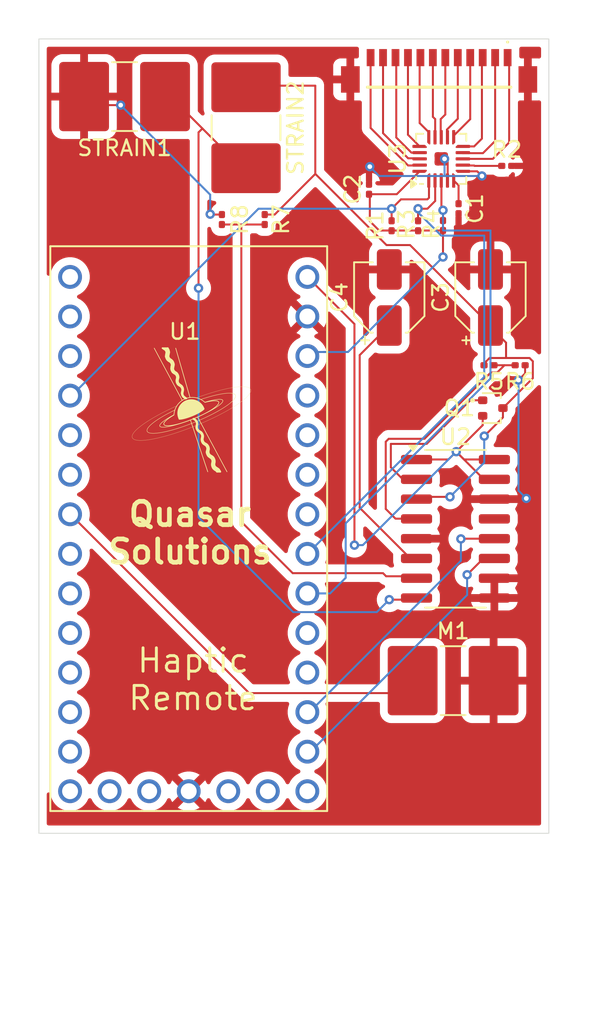
<source format=kicad_pcb>
(kicad_pcb (version 20241229) (generator "pcbnew") (generator_version "9.0")
  (layers (0 "F.Cu" signal) (2 "B.Cu" signal) (13 "F.Paste" user) (15 "B.Paste" user) (5 "F.SilkS" user "F.Silkscreen") (7 "B.SilkS" user "B.Silkscreen") (1 "F.Mask" user) (3 "B.Mask" user) (25 "Edge.Cuts" user))
  (net 0 "")
  (net 1 "GND")
  (net 2 "Net-(U3-VREG)")
  (net 3 "3V3")
  (net 4 "E+")
  (net 5 "Net-(U2-VBG)")
  (net 6 "Net-(U3-LED1{slash}ELE5)")
  (net 7 "Net-(U3-LED3{slash}ELE7)")
  (net 8 "Net-(U3-ELE2)")
  (net 9 "Net-(U3-ELE0)")
  (net 10 "Net-(U3-ELE1)")
  (net 11 "Net-(U3-LED4{slash}ELE8)")
  (net 12 "Net-(U3-LED7{slash}ELE11)")
  (net 13 "Net-(U3-LED2{slash}ELE6)")
  (net 14 "Net-(U3-LED0{slash}ELE4)")
  (net 15 "Net-(U3-ELE3)")
  (net 16 "Net-(U3-LED6{slash}ELE10)")
  (net 17 "Net-(U3-LED5{slash}ELE9)")
  (net 18 "Motor")
  (net 19 "5V")
  (net 20 "Net-(Q1-B)")
  (net 21 "IRQ")
  (net 22 "Net-(U3-REXT)")
  (net 23 "SCL")
  (net 24 "SDA")
  (net 25 "Net-(U2-VFB)")
  (net 26 "A-")
  (net 27 "A+")
  (net 34 "DOUT")
  (net 38 "PD_SCK")
  (footprint "Capacitor_SMD:C_0201_0603Metric" (layer "F.Cu") (at 136.95 75.9 -90)
    (property "Reference" "C1")
    (property "Value" "0.1uF")
  )
  (footprint "Resistor_SMD:R_0201_0603Metric" (layer "F.Cu") (at 138.905 85.95 180)
    (property "Reference" "R5")
    (property "Value" "R" (hide yes))
  )
  (footprint "Resistor_SMD:R_0201_0603Metric" (layer "F.Cu") (at 134.35 76.995 90)
    (property "Reference" "R3")
    (property "Value" "10k")
  )
  (footprint "Capacitor_SMD:CP_Elec_4x4.5" (layer "F.Cu") (at 132.5 81.6 90)
    (property "Reference" "C4")
    (property "Value" "10uF")
  )
  (footprint "Resistor_SMD:R_0201_0603Metric" (layer "F.Cu") (at 121.75 76.595 90)
    (property "Reference" "R8")
    (property "Value" "100")
  )
  (footprint "Resistor_SMD:R_2816_7142Metric_Pad3.20x4.45mm_HandSolder" (layer "F.Cu") (at 115.5 68.7)
    (property "Reference" "STRAIN1")
    (property "Value" "~")
  )
  (footprint "Resistor_SMD:R_0201_0603Metric" (layer "F.Cu") (at 124.5 76.595 -90)
    (property "Reference" "R7")
    (property "Value" "100")
  )
  (footprint "Resistor_SMD:R_0201_0603Metric" (layer "F.Cu") (at 135.95 76.98 90)
    (property "Reference" "R4")
    (property "Value" "10k")
  )
  (footprint "Package_TO_SOT_SMD:SOT-416" (layer "F.Cu") (at 139.15 88.7)
    (property "Reference" "Q1")
    (property "Value" "SS8550")
  )
  (footprint "Capacitor_SMD:CP_Elec_4x4.5" (layer "F.Cu") (at 139 81.6 90)
    (property "Reference" "C3")
    (property "Value" "10uF")
  )
  (footprint "SamacSys IMPORTED:1-2483180-2" (layer "F.Cu") (at 135.7 67.15 180)
    (property "Reference" "J1" (hide yes))
    (property "Value" "1-2483180-2" (hide yes))
  )
  (footprint "Package_SO:SOP-16_3.9x9.9mm_P1.27mm" (layer "F.Cu") (at 136.75 96.45)
    (property "Reference" "U2")
    (property "Value" "HX711")
  )
  (footprint "Capacitor_SMD:C_0201_0603Metric" (layer "F.Cu") (at 131.2 74.65 90)
    (property "Reference" "C2")
    (property "Value" "0.1uF")
  )
  (footprint "Teensy 4.0:MODULE_Teensy 4.0" (layer "F.Cu") (at 119.62 96.79)
    (property "Reference" "U1")
    (property "Value" "Teensy 4.0")
  )
  (footprint "Package_DFN_QFN:UQFN-20_3x3mm_P0.4mm" (layer "F.Cu") (at 135.8375 72.7 90)
    (property "Reference" "U3")
    (property "Value" "MPR121QR2")
  )
  (footprint "Resistor_SMD:R_0201_0603Metric" (layer "F.Cu") (at 132.65 76.995 90)
    (property "Reference" "R1")
    (property "Value" "10k")
  )
  (footprint "Resistor_SMD:R_2816_7142Metric_Pad3.20x4.45mm_HandSolder" (layer "F.Cu") (at 123.3 70.7 -90)
    (property "Reference" "STRAIN2")
    (property "Value" "~")
  )
  (footprint "Resistor_SMD:R_2816_7142Metric_Pad3.20x4.45mm_HandSolder" (layer "F.Cu") (at 136.6 106.2)
    (property "Reference" "M1")
    (property "Value" "Motor_DC")
  )
  (footprint "Resistor_SMD:R_0201_0603Metric" (layer "F.Cu") (at 140.905 85.95 180)
    (property "Reference" "R6")
    (property "Value" "R")
  )
  (footprint "Resistor_SMD:R_0201_0603Metric" (layer "F.Cu") (at 140.045 73.15)
    (property "Reference" "R2")
    (property "Value" "75k")
  )
  (gr_line (start 119.942322 89.381515) (end 119.972167 89.398263) (stroke (width 0.1)) (layer "F.SilkS"))
  (gr_curve (pts (xy 120.073608 89.468113) (xy 120.104009 89.49764) (xy 120.126948 89.533677) (xy 120.144966 89.571062)) (stroke (width 0.1)) (layer "F.SilkS"))
  (gr_line (start 121.650314 92.790591) (end 121.433621 92.790591) (stroke (width 0.1)) (layer "F.SilkS"))
  (gr_curve (pts (xy 123.591508 87.503344) (xy 123.763593 87.925301) (xy 122.202922 88.960589) (xy 120.105676 89.815696)) (stroke (width 0.011906) (color 35 31 32 1)) (layer "F.SilkS"))
  (gr_curve (pts (xy 120.199101 90.166216) (xy 120.139491 90.100969) (xy 120.1052 90.019134) (xy 120.100438 89.931266)) (stroke (width 0.1)) (layer "F.SilkS"))
  (gr_curve (pts (xy 118.385222 85.507221) (xy 118.412368 85.540558) (xy 118.473804 85.571753) (xy 118.513174 85.602074)) (stroke (width 0.1)) (layer "F.SilkS"))
  (gr_line (start 118.593185 86.411858) (end 118.580564 86.398602) (stroke (width 0.1)) (layer "F.SilkS"))
  (gr_curve (pts (xy 118.156543 85.243855) (xy 118.176069 85.165115) (xy 118.189325 85.11749) (xy 118.157416 85.044544)) (stroke (width 0.1)) (layer "F.SilkS"))
  (gr_curve (pts (xy 121.810174 88.206686) (xy 121.888756 88.399487) (xy 121.046269 88.925267) (xy 119.928431 89.381039)) (stroke (width 0.031511) (color 35 31 32 1)) (layer "F.SilkS"))
  (gr_curve (pts (xy 119.173416 87.421111) (xy 119.116187 87.285221) (xy 119.018952 87.290698) (xy 118.927909 87.197829)) (stroke (width 0.1)) (layer "F.SilkS"))
  (gr_line (start 120.165763 89.817363) (end 120.154888 89.928488) (stroke (width 0.1)) (layer "F.SilkS"))
  (gr_line (start 121.433621 92.790591) (end 121.407348 92.754634) (stroke (width 0.1)) (layer "F.SilkS"))
  (gr_curve (pts (xy 120.018918 89.602892) (xy 118.451818 90.241861) (xy 117.077281 90.504195) (xy 116.948694 90.188918)) (stroke (width 0.023812) (color 35 31 32 1)) (layer "F.SilkS"))
  (gr_curve (pts (xy 122.623609 87.875057) (xy 122.752196 88.190334) (xy 121.586019 88.963923) (xy 120.018918 89.602892)) (stroke (width 0.023812) (color 35 31 32 1)) (layer "F.SilkS"))
  (gr_curve (pts (xy 118.821784 86.417731) (xy 118.830833 86.424637) (xy 118.839881 86.431542) (xy 118.848613 86.439877)) (stroke (width 0.1)) (layer "F.SilkS"))
  (gr_curve (pts (xy 119.247155 87.391583) (xy 119.26176 87.431826) (xy 119.271999 87.475561) (xy 119.271523 87.52025)) (stroke (width 0.1)) (layer "F.SilkS"))
  (gr_curve (pts (xy 120.768775 91.499953) (xy 120.769251 91.493921) (xy 120.769331 91.48773) (xy 120.770204 91.481935)) (stroke (width 0.1)) (layer "F.SilkS"))
  (gr_line (start 118.027162 84.918655) (end 117.936833 84.853092) (stroke (width 0.1)) (layer "F.SilkS"))
  (gr_curve (pts (xy 119.164764 87.752025) (xy 119.163177 87.620739) (xy 119.232074 87.556684) (xy 119.173416 87.421111)) (stroke (width 0.1)) (layer "F.SilkS"))
  (gr_curve (pts (xy 120.770204 91.481935) (xy 120.784888 91.374382) (xy 120.825369 91.315486) (xy 120.779729 91.206266)) (stroke (width 0.1)) (layer "F.SilkS"))
  (gr_line (start 118.996726 87.133455) (end 119.07888 87.198225) (stroke (width 0.1)) (layer "F.SilkS"))
  (gr_poly (pts (xy 119.77897 88.79123) (xy 119.784409 88.805117) (xy 119.789348 88.819204) (xy 119.791609 88.826319) (xy 119.793722 88.83348) (xy 119.795677 88.840688) (xy 119.797467 88.84794) (xy 119.799084 88.855235) (xy 119.80052 88.862573) (xy 119.801766 88.869952) (xy 119.802815 88.877371) (xy 119.803658 88.88483) (xy 119.804289 88.892327) (xy 119.804557 88.895932) (xy 119.804767 88.899542) (xy 119.804922 88.903157) (xy 119.805023 88.906773) (xy 119.805072 88.910389) (xy 119.80507 88.914004) (xy 119.80502 88.917614) (xy 119.804923 88.921219) (xy 119.80491 88.922767) (xy 119.804874 88.924315) (xy 119.804765 88.927411) (xy 119.803323 88.925626) (xy 119.801858 88.923849) (xy 119.800378 88.922087) (xy 119.798891 88.920346) (xy 119.799288 88.913996) (xy 119.799392 88.91134) (xy 119.799468 88.908672) (xy 119.799536 88.903311) (xy 119.7995 88.897934) (xy 119.799368 88.892565) (xy 119.799051 88.88519) (xy 119.798522 88.87783) (xy 119.797789 88.870488) (xy 119.796859 88.863164) (xy 119.795739 88.855862) (xy 119.794438 88.848584) (xy 119.792963 88.841331) (xy 119.791321 88.834105) (xy 119.787567 88.819746) (xy 119.783238 88.805523) (xy 119.778394 88.791452) (xy 119.773094 88.777551)) (stroke (width -0.000001)) (fill yes) (layer "F.SilkS"))
  (gr_curve (pts (xy 121.225023 91.888891) (xy 121.262647 91.945168) (xy 121.287491 92.008192) (xy 121.297016 92.075423)) (stroke (width 0.1)) (layer "F.SilkS"))
  (gr_curve (pts (xy 121.106834 92.263541) (xy 121.114056 92.211947) (xy 121.137314 92.148368) (xy 121.134932 92.102965)) (stroke (width 0.1)) (layer "F.SilkS"))
  (gr_line (start 121.299556 92.11384) (end 121.295111 92.17861) (stroke (width 0.1)) (layer "F.SilkS"))
  (gr_curve (pts (xy 121.148982 91.806103) (xy 121.163269 91.81666) (xy 121.178112 91.83198) (xy 121.190653 91.844441)) (stroke (width 0.1)) (layer "F.SilkS"))
  (gr_curve (pts (xy 120.048924 89.492561) (xy 120.010903 89.451444) (xy 119.957881 89.426838) (xy 119.91089 89.394294)) (stroke (width 0.1)) (layer "F.SilkS"))
  (gr_line (start 118.670654 85.920764) (end 118.670337 85.939576) (stroke (width 0.1)) (layer "F.SilkS"))
  (gr_line (start 118.275843 84.854044) (end 118.28767 84.870157) (stroke (width 0.1)) (layer "F.SilkS"))
  (gr_line (start 120.769013 91.554961) (end 120.768219 91.536546) (stroke (width 0.1)) (layer "F.SilkS"))
  (gr_curve (pts (xy 119.972167 89.398263) (xy 120.007012 89.417154) (xy 120.043445 89.438347) (xy 120.073608 89.468113)) (stroke (width 0.1)) (layer "F.SilkS"))
  (gr_curve (pts (xy 118.580881 85.666368) (xy 118.622235 85.719549) (xy 118.649699 85.780826) (xy 118.663272 85.846628)) (stroke (width 0.1)) (layer "F.SilkS"))
  (gr_curve (pts (xy 120.2449 90.120893) (xy 120.301256 90.17582) (xy 120.382774 90.195823) (xy 120.441432 90.255751)) (stroke (width 0.1)) (layer "F.SilkS"))
  (gr_curve (pts (xy 118.86171 86.451862) (xy 118.935846 86.530047) (xy 118.974263 86.630932) (xy 118.970771 86.738247)) (stroke (width 0.1)) (layer "F.SilkS"))
  (gr_curve (pts (xy 120.108614 89.587096) (xy 120.093533 89.55233) (xy 120.074562 89.519627) (xy 120.048924 89.492561)) (stroke (width 0.1)) (layer "F.SilkS"))
  (gr_curve (pts (xy 120.114169 88.04222) (xy 121.937412 87.368962) (xy 123.436965 87.124408) (xy 123.591508 87.503344)) (stroke (width 0.011906) (color 35 31 32 1)) (layer "F.SilkS"))
  (gr_curve (pts (xy 115.996829 90.6) (xy 115.842286 90.221065) (xy 117.085457 89.347304) (xy 118.859647 88.553792)) (stroke (width 0.011906) (color 35 31 32 1)) (layer "F.SilkS"))
  (gr_curve (pts (xy 118.690974 86.320338) (xy 118.720978 86.356374) (xy 118.780271 86.385981) (xy 118.821784 86.417731)) (stroke (width 0.1)) (layer "F.SilkS"))
  (gr_curve (pts (xy 118.825436 86.917953) (xy 118.835755 86.803891) (xy 118.884968 86.74436) (xy 118.834802 86.628948)) (stroke (width 0.1)) (layer "F.SilkS"))
  (gr_curve (pts (xy 120.650664 88.324161) (xy 121.292887 88.131994) (xy 121.756834 88.075796) (xy 121.810174 88.206686)) (stroke (width 0.031511) (color 35 31 32 1)) (layer "F.SilkS"))
  (gr_curve (pts (xy 118.970771 86.738247) (xy 118.967834 86.809844) (xy 118.929655 86.884218) (xy 118.928781 86.951607)) (stroke (width 0.1)) (layer "F.SilkS"))
  (gr_curve (pts (xy 118.834802 86.628948) (xy 118.780589 86.499964) (xy 118.680894 86.503853) (xy 118.593185 86.411858)) (stroke (width 0.1)) (layer "F.SilkS"))
  (gr_line (start 121.102071 92.339106) (end 121.106834 92.263541) (stroke (width 0.1)) (layer "F.SilkS"))
  (gr_line (start 117.936833 84.853092) (end 118.27497 84.853092) (stroke (width 0.1)) (layer "F.SilkS"))
  (gr_curve (pts (xy 120.436273 90.682311) (xy 120.452466 90.570552) (xy 120.492074 90.512687) (xy 120.444211 90.396641)) (stroke (width 0.1)) (layer "F.SilkS"))
  (gr_line (start 118.150352 85.412288) (end 118.147653 85.393) (stroke (width 0.1)) (layer "F.SilkS"))
  (gr_line (start 121.515377 92.592392) (end 121.559192 92.632873) (stroke (width 0.1)) (layer "F.SilkS"))
  (gr_curve (pts (xy 120.809336 91.043389) (xy 120.883393 91.118795) (xy 120.928398 91.223491) (xy 120.925541 91.330171)) (stroke (width 0.1)) (layer "F.SilkS"))
  (gr_line (start 120.388569 90.308058) (end 120.301177 90.242812) (stroke (width 0.1)) (layer "F.SilkS"))
  (gr_line (start 118.784241 84.853092) (end 119.702927 88.021901) (stroke (width 0.039687) (color 35 31 32 1)) (layer "F.SilkS"))
  (gr_curve (pts (xy 120.778379 91.608935) (xy 120.776951 91.603062) (xy 120.775363 91.597347) (xy 120.774173 91.591393)) (stroke (width 0.1)) (layer "F.SilkS"))
  (gr_line (start 118.580564 86.398602) (end 118.569293 86.384235) (stroke (width 0.1)) (layer "F.SilkS"))
  (gr_curve (pts (xy 119.420907 88.094291) (xy 119.373362 88.059207) (xy 119.319387 88.039522) (xy 119.262634 87.9838)) (stroke (width 0.1)) (layer "F.SilkS"))
  (gr_curve (pts (xy 120.555574 90.826378) (xy 120.604231 90.929327) (xy 120.664714 90.943059) (xy 120.754646 90.999494)) (stroke (width 0.1)) (layer "F.SilkS"))
  (gr_curve (pts (xy 119.262634 87.9838) (xy 119.203499 87.9203) (xy 119.16913 87.839179) (xy 119.164764 87.752025)) (stroke (width 0.1)) (layer "F.SilkS"))
  (gr_curve (pts (xy 121.295111 92.17861) (xy 121.288285 92.226394) (xy 121.270584 92.289418) (xy 121.275506 92.330137)) (stroke (width 0.1)) (layer "F.SilkS"))
  (gr_curve (pts (xy 120.779729 91.206266) (xy 120.726468 91.073233) (xy 120.627012 91.074106) (xy 120.538747 90.981793)) (stroke (width 0.1)) (layer "F.SilkS"))
  (gr_curve (pts (xy 118.628426 86.151825) (xy 118.627395 86.208181) (xy 118.653509 86.277873) (xy 118.690974 86.320338)) (stroke (width 0.1)) (layer "F.SilkS"))
  (gr_curve (pts (xy 121.190653 91.844441) (xy 121.202163 91.858412) (xy 121.215736 91.873651) (xy 121.225023 91.888891)) (stroke (width 0.1)) (layer "F.SilkS"))
  (gr_line (start 118.647 86.056257) (end 118.628426 86.151825) (stroke (width 0.1)) (layer "F.SilkS"))
  (gr_poly (pts (xy 119.835854 88.159328) (xy 119.910871 88.166934) (xy 119.984628 88.180908) (xy 120.056721 88.20108) (xy 120.126743 88.227278) (xy 120.194289 88.259332) (xy 120.258953 88.297071) (xy 120.32033 88.340324) (xy 120.378015 88.388921) (xy 120.4316 88.442691) (xy 120.480682 88.501462) (xy 120.503408 88.532669) (xy 120.524855 88.565064) (xy 120.530719 88.574462) (xy 120.536466 88.583961) (xy 120.542098 88.593559) (xy 120.547616 88.603253) (xy 120.553022 88.61304) (xy 120.558319 88.622917) (xy 120.563508 88.632881) (xy 120.56859 88.64293) (xy 120.575615 88.657425) (xy 120.582402 88.672091) (xy 120.58895 88.68692) (xy 120.595261 88.701906) (xy 120.600572 88.715267) (xy 120.605668 88.728665) (xy 120.610541 88.742078) (xy 120.615184 88.755484) (xy 120.615184 88.755563) (xy 120.596156 88.777955) (xy 120.572334 88.801731) (xy 120.543918 88.82676) (xy 120.511108 88.852907) (xy 120.474103 88.88004) (xy 120.433102 88.908027) (xy 120.388305 88.936733) (xy 120.339911 88.966026) (xy 120.288121 88.995773) (xy 120.233133 89.025841) (xy 120.175147 89.056097) (xy 120.114362 89.086408) (xy 120.050979 89.116641) (xy 119.985196 89.146662) (xy 119.917213 89.17634) (xy 119.84723 89.20554) (xy 119.713759 89.257567) (xy 119.585062 89.303127) (xy 119.462777 89.341908) (xy 119.348537 89.373597) (xy 119.243979 89.397882) (xy 119.195841 89.40715) (xy 119.150737 89.41445) (xy 119.108871 89.419743) (xy 119.070447 89.422989) (xy 119.03567 89.42415) (xy 119.004744 89.423186) (xy 118.997423 89.408152) (xy 118.990348 89.392925) (xy 118.983525 89.377489) (xy 118.980211 89.369688) (xy 118.976963 89.36183) (xy 118.97344 89.353071) (xy 118.970017 89.344298) (xy 118.966695 89.335509) (xy 118.963479 89.326706) (xy 118.960371 89.317888) (xy 118.957374 89.309055) (xy 118.95449 89.300207) (xy 118.951722 89.291345) (xy 118.948775 89.281809) (xy 118.945947 89.272254) (xy 118.943239 89.262682) (xy 118.940649 89.253096) (xy 118.938179 89.243499) (xy 118.935827 89.233893) (xy 118.933595 89.224282) (xy 118.931481 89.214668) (xy 118.924153 89.176521) (xy 118.918569 89.138327) (xy 118.914708 89.100137) (xy 118.912549 89.062003) (xy 118.91207 89.023974) (xy 118.91325 88.986102) (xy 118.920502 88.911032) (xy 118.934132 88.837198) (xy 118.953969 88.765006) (xy 118.979842 88.694863) (xy 119.011581 88.627175) (xy 119.049013 88.562348) (xy 119.091967 88.500788) (xy 119.140272 88.442902) (xy 119.193757 88.389097) (xy 119.222389 88.363851) (xy 119.252251 88.339777) (xy 119.283323 88.316927) (xy 119.315582 88.29535) (xy 119.349008 88.275098) (xy 119.383579 88.256222) (xy 119.419274 88.238772) (xy 119.456071 88.222799) (xy 119.493565 88.208487) (xy 119.531302 88.196002) (xy 119.569231 88.185322) (xy 119.607301 88.176427) (xy 119.645462 88.169294) (xy 119.683663 88.163903) (xy 119.759983 88.158261)) (stroke (width 0.039687) (color 35 31 32 1)) (fill yes) (layer "F.SilkS"))
  (gr_poly (pts (xy 119.949675 89.385773) (xy 119.957095 89.389978) (xy 119.96459 89.394139) (xy 119.972167 89.398263) (xy 119.985293 89.405467) (xy 119.998476 89.412961) (xy 120.011623 89.420817) (xy 120.024644 89.42911) (xy 120.031077 89.433443) (xy 120.037444 89.437912) (xy 120.043733 89.442528) (xy 120.049933 89.447298) (xy 120.056032 89.452233) (xy 120.062019 89.45734) (xy 120.067881 89.462631) (xy 120.073608 89.468113) (xy 120.079222 89.473724) (xy 120.084664 89.479481) (xy 120.089938 89.485374) (xy 120.095049 89.491398) (xy 120.1 89.497544) (xy 120.104795 89.503805) (xy 120.109437 89.510173) (xy 120.113931 89.516641) (xy 120.118279 89.5232) (xy 120.122486 89.529845) (xy 120.126555 89.536566) (xy 120.13049 89.543357) (xy 120.134295 89.550209) (xy 120.137974 89.557116) (xy 120.144966 89.571062) (xy 120.151816 89.586447) (xy 120.157824 89.601749) (xy 120.163013 89.616984) (xy 120.167403 89.632172) (xy 120.171018 89.647331) (xy 120.173878 89.662478) (xy 120.176005 89.677633) (xy 120.177421 89.692813) (xy 120.178148 89.708037) (xy 120.178207 89.723323) (xy 120.17762 89.73869) (xy 120.17641 89.754154) (xy 120.174597 89.769736) (xy 120.172204 89.785452) (xy 120.169252 89.801322) (xy 120.165763 89.817363) (xy 120.162896 89.831813) (xy 120.160302 89.846067) (xy 120.158059 89.860142) (xy 120.156247 89.874056) (xy 120.154945 89.88783) (xy 120.15451 89.894669) (xy 120.154232 89.90148) (xy 120.154121 89.908265) (xy 120.154187 89.915027) (xy 120.154439 89.921767) (xy 120.154888 89.928488) (xy 120.156348 89.941608) (xy 120.158453 89.954778) (xy 120.161184 89.967955) (xy 120.164521 89.981098) (xy 120.168446 89.994165) (xy 120.172939 90.007114) (xy 120.177981 90.019902) (xy 120.183553 90.032489) (xy 120.189635 90.044832) (xy 120.196209 90.056889) (xy 120.203255 90.068619) (xy 120.210755 90.07998) (xy 120.218688 90.09093) (xy 120.227036 90.101426) (xy 120.23578 90.111428) (xy 120.2449 90.120893) (xy 120.25575 90.130801) (xy 120.267119 90.139999) (xy 120.278937 90.148599) (xy 120.291134 90.156709) (xy 120.30364 90.164439) (xy 120.316383 90.171899) (xy 120.342303 90.186446) (xy 120.36833 90.201228) (xy 120.381208 90.208981) (xy 120.393903 90.217121) (xy 120.406343 90.225759) (xy 120.418458 90.235003) (xy 120.430178 90.244964) (xy 120.441432 90.255751) (xy 120.453066 90.268122) (xy 120.464091 90.28088) (xy 120.474502 90.294012) (xy 120.484294 90.307507) (xy 120.493459 90.321353) (xy 120.501994 90.335539) (xy 120.509891 90.350052) (xy 120.517146 90.364881) (xy 120.523753 90.380015) (xy 120.529705 90.395441) (xy 120.534998 90.411147) (xy 120.539625 90.427123) (xy 120.543581 90.443355) (xy 120.546861 90.459833) (xy 120.549458 90.476545) (xy 120.551366 90.493479) (xy 120.551934 90.517582) (xy 120.551068 90.540369) (xy 120.549068 90.562026) (xy 120.54623 90.582742) (xy 120.532485 90.659958) (xy 120.529942 90.67879) (xy 120.528353 90.697808) (xy 120.528017 90.717202) (xy 120.528412 90.727099) (xy 120.529232 90.737159) (xy 120.530514 90.747407) (xy 120.532297 90.757867) (xy 120.534616 90.768562) (xy 120.53751 90.779514) (xy 120.541015 90.790749) (xy 120.545169 90.802288) (xy 120.550009 90.814157) (xy 120.555574 90.826378) (xy 120.56017 90.835772) (xy 120.56484 90.844667) (xy 120.569585 90.853089) (xy 120.574409 90.861059) (xy 120.579315 90.868604) (xy 120.584307 90.875747) (xy 120.589387 90.882512) (xy 120.594559 90.888923) (xy 120.599826 90.895004) (xy 120.605192 90.900781) (xy 120.610659 90.906276) (xy 120.616231 90.911514) (xy 120.627703 90.921316) (xy 120.639632 90.930379) (xy 120.652045 90.938897) (xy 120.664967 90.947063) (xy 120.678425 90.955071) (xy 120.692443 90.963114) (xy 120.722268 90.980075) (xy 120.738125 90.989381) (xy 120.754646 90.999494) (xy 120.761827 91.004314) (xy 120.768996 91.009356) (xy 120.776108 91.014604) (xy 120.783122 91.020043) (xy 120.789994 91.025657) (xy 120.796683 91.031429) (xy 120.803144 91.037346) (xy 120.809336 91.043389) (xy 120.822876 91.057865) (xy 120.835709 91.072986) (xy 120.847805 91.088714) (xy 120.859137 91.105009) (xy 120.869679 91.12183) (xy 120.879402 91.139138) (xy 120.888278 91.156892) (xy 120.896281 91.175052) (xy 120.903383 91.19358) (xy 120.909555 91.212433) (xy 120.914771 91.231573) (xy 120.919004 91.25096) (xy 120.922224 91.270553) (xy 120.924406 91.290312) (xy 120.92552 91.310198) (xy 120.925541 91.330171) (xy 120.925096 91.342301) (xy 120.924088 91.354672) (xy 120.92261 91.367241) (xy 120.920752 91.379966) (xy 120.916261 91.405719) (xy 120.911343 91.431592) (xy 120.906726 91.45725) (xy 120.904758 91.469893) (xy 120.903138 91.482355) (xy 120.901959 91.494595) (xy 120.901309 91.506571) (xy 120.901282 91.51824) (xy 120.901966 91.529561) (xy 120.903163 91.540528) (xy 120.904979 91.551692) (xy 120.907387 91.562995) (xy 120.910362 91.574378) (xy 120.913876 91.585783) (xy 120.917905 91.597153) (xy 120.92242 91.608429) (xy 120.927396 91.619552) (xy 120.932807 91.630466) (xy 120.938626 91.641111) (xy 120.944826 91.651429) (xy 120.951381 91.661363) (xy 120.958265 91.670854) (xy 120.965452 91.679844) (xy 120.972915 91.688275) (xy 120.980627 91.696089) (xy 120.988965 91.70376) (xy 120.998022 91.711114) (xy 121.007706 91.718198) (xy 121.017927 91.725055) (xy 121.028592 91.731732) (xy 121.039609 91.738273) (xy 121.062334 91.751126) (xy 121.085367 91.763976) (xy 121.107976 91.777182) (xy 121.118891 91.784031) (xy 121.129425 91.791105) (xy 121.139486 91.798447) (xy 121.148982 91.806103) (xy 121.151666 91.808137) (xy 121.15436 91.810271) (xy 121.157058 91.812494) (xy 121.159757 91.814795) (xy 121.165139 91.819587) (xy 121.170472 91.824558) (xy 121.175724 91.829618) (xy 121.18086 91.834678) (xy 121.190653 91.844441) (xy 121.199573 91.855137) (xy 121.204137 91.860627) (xy 121.208671 91.86619) (xy 121.213102 91.871813) (xy 121.217353 91.877481) (xy 121.219389 91.880327) (xy 121.221352 91.883179) (xy 121.223233 91.886034) (xy 121.225023 91.888891) (xy 121.231927 91.899522) (xy 121.238528 91.910306) (xy 121.244822 91.921242) (xy 121.250805 91.932324) (xy 121.256474 91.94355) (xy 121.261824 91.954915) (xy 121.266853 91.966416) (xy 121.271557 91.978049) (xy 121.275931 91.989811) (xy 121.279971 92.001697) (xy 121.283676 92.013704) (xy 121.28704 92.025828) (xy 121.290059 92.038066) (xy 121.292731 92.050413) (xy 121.295051 92.062867) (xy 121.297016 92.075423) (xy 121.298435 92.09484) (xy 121.299059 92.1045) (xy 121.299556 92.11384) (xy 121.299417 92.121992) (xy 121.299174 92.130178) (xy 121.298819 92.138373) (xy 121.298346 92.146553) (xy 121.297745 92.154691) (xy 121.297011 92.162763) (xy 121.296136 92.170745) (xy 121.295111 92.17861) (xy 121.292107 92.19717) (xy 121.288476 92.216719) (xy 121.280903 92.257023) (xy 121.277746 92.276898) (xy 121.276497 92.286574) (xy 121.275533 92.296002) (xy 121.274902 92.305127) (xy 121.274655 92.313895) (xy 121.27484 92.32225) (xy 121.275506 92.330137) (xy 121.276577 92.340014) (xy 121.278253 92.350163) (xy 121.280503 92.360518) (xy 121.283298 92.371013) (xy 121.286608 92.381581) (xy 121.290403 92.392157) (xy 121.294653 92.402673) (xy 121.299328 92.413064) (xy 121.304399 92.423264) (xy 121.309835 92.433205) (xy 121.315606 92.442823) (xy 121.321683 92.45205) (xy 121.328036 92.46082) (xy 121.334635 92.469067) (xy 121.34145 92.476725) (xy 121.348451 92.483728) (xy 121.352099 92.487152) (xy 121.355874 92.490497) (xy 121.359785 92.493774) (xy 121.363839 92.496997) (xy 121.368046 92.500176) (xy 121.372412 92.503324) (xy 121.376948 92.506453) (xy 121.38166 92.509574) (xy 121.386557 92.5127) (xy 121.391648 92.515843) (xy 121.402443 92.522225) (xy 121.41411 92.528819) (xy 121.426715 92.535718) (xy 121.449465 92.548435) (xy 121.460873 92.555087) (xy 121.472207 92.561971) (xy 121.483396 92.569116) (xy 121.494369 92.576549) (xy 121.505053 92.584298) (xy 121.510264 92.5883) (xy 121.515377 92.592392) (xy 121.518172 92.594557) (xy 121.520987 92.59682) (xy 121.526654 92.601597) (xy 121.53233 92.606637) (xy 121.537969 92.611858) (xy 121.543521 92.617176) (xy 121.548941 92.622507) (xy 121.559192 92.632873) (xy 121.571971 92.648112) (xy 121.576565 92.653627) (xy 121.581033 92.659267) (xy 121.585377 92.665024) (xy 121.589604 92.670885) (xy 121.593715 92.676839) (xy 121.597715 92.682876) (xy 121.605398 92.695152) (xy 121.612683 92.707626) (xy 121.6196 92.720209) (xy 121.62618 92.732812) (xy 121.632455 92.745347) (xy 121.63712 92.756312) (xy 121.641682 92.767523) (xy 121.646095 92.778957) (xy 121.648232 92.78475) (xy 121.650314 92.790591) (xy 121.433621 92.790591) (xy 121.430574 92.785534) (xy 121.42745 92.780609) (xy 121.424254 92.775831) (xy 121.42099 92.771214) (xy 121.417663 92.766772) (xy 121.414277 92.762518) (xy 121.410837 92.758468) (xy 121.407348 92.754634) (xy 121.401803 92.74864) (xy 121.395495 92.742683) (xy 121.388513 92.736761) (xy 121.380944 92.730876) (xy 121.372876 92.725026) (xy 121.364397 92.719211) (xy 121.346556 92.707684) (xy 121.309802 92.685027) (xy 121.292293 92.67389) (xy 121.284063 92.668368) (xy 121.2763 92.662876) (xy 121.271361 92.659395) (xy 121.266486 92.655829) (xy 121.261675 92.652181) (xy 121.256926 92.648452) (xy 121.247608 92.640767) (xy 121.238527 92.632793) (xy 121.229672 92.624551) (xy 121.221036 92.616062) (xy 121.21261 92.607346) (xy 121.204386 92.598424) (xy 121.19576 92.587463) (xy 121.191152 92.581538) (xy 121.186516 92.575445) (xy 121.181982 92.569277) (xy 121.177675 92.563129) (xy 121.175647 92.560093) (xy 121.173723 92.557097) (xy 121.171921 92.554154) (xy 121.170254 92.551275) (xy 121.163008 92.539118) (xy 121.156099 92.526789) (xy 121.149542 92.514294) (xy 121.143349 92.501637) (xy 121.137532 92.488825) (xy 121.132105 92.475863) (xy 121.12708 92.462755) (xy 121.122471 92.449507) (xy 121.118289 92.436124) (xy 121.114548 92.422611) (xy 121.11126 92.408974) (xy 121.108438 92.395218) (xy 121.106096 92.381348) (xy 121.104245 92.367369) (xy 121.1029 92.353287) (xy 121.102071 92.339106) (xy 121.101732 92.329787) (xy 121.10171 92.320323) (xy 121.101981 92.310767) (xy 121.102518 92.301175) (xy 121.103297 92.291601) (xy 121.104292 92.282101) (xy 121.10548 92.27273) (xy 121.106834 92.263541) (xy 121.108366 92.253734) (xy 121.110212 92.24369) (xy 121.114606 92.22307) (xy 121.124484 92.180931) (xy 121.128993 92.160121) (xy 121.130925 92.149935) (xy 121.132562 92.139954) (xy 121.133842 92.130222) (xy 121.134705 92.120784) (xy 121.135088 92.111684) (xy 121.134932 92.102965) (xy 121.13442 92.092529) (xy 121.13329 92.081829) (xy 121.131569 92.070928) (xy 121.129284 92.059887) (xy 121.126462 92.048769) (xy 121.123131 92.037636) (xy 121.119317 92.02655) (xy 121.115049 92.015574) (xy 121.110352 92.004768) (xy 121.105255 91.994195) (xy 121.099784 91.983918) (xy 121.093967 91.973998) (xy 121.087831 91.964498) (xy 121.081403 91.955479) (xy 121.07471 91.947005) (xy 121.06778 91.939135) (xy 121.064065 91.935206) (xy 121.060207 91.93136) (xy 121.056203 91.927586) (xy 121.052048 91.923873) (xy 121.047739 91.920212) (xy 121.04327 91.916591) (xy 121.038638 91.913) (xy 121.033838 91.909429) (xy 121.028866 91.905868) (xy 121.023717 91.902305) (xy 121.012874 91.895134) (xy 121.001274 91.887833) (xy 120.988882 91.880319) (xy 120.972141 91.870298) (xy 120.955565 91.859789) (xy 120.939259 91.848743) (xy 120.93124 91.843002) (xy 120.923328 91.837109) (xy 120.915536 91.831057) (xy 120.907877 91.824839) (xy 120.900364 91.81845) (xy 120.89301 91.811884) (xy 120.88583 91.805134) (xy 120.878834 91.798194) (xy 120.872038 91.791058) (xy 120.865454 91.78372) (xy 120.857704 91.77405) (xy 120.850259 91.764183) (xy 120.843121 91.754126) (xy 120.836289 91.743886) (xy 120.829763 91.733467) (xy 120.823546 91.722878) (xy 120.817636 91.712123) (xy 120.812034 91.701209) (xy 120.806742 91.690143) (xy 120.801758 91.67893) (xy 120.797085 91.667578) (xy 120.792722 91.656092) (xy 120.788669 91.644478) (xy 120.784927 91.632743) (xy 120.781497 91.620894) (xy 120.778379 91.608935) (xy 120.776187 91.600194) (xy 120.775131 91.59582) (xy 120.774637 91.593615) (xy 120.774173 91.591393) (xy 120.771474 91.573217) (xy 120.769013 91.554961) (xy 120.768219 91.536546) (xy 120.767882 91.527269) (xy 120.767751 91.522649) (xy 120.767664 91.518051) (xy 120.768775 91.499953) (xy 120.769076 91.495408) (xy 120.769341 91.490855) (xy 120.769494 91.488592) (xy 120.769679 91.486347) (xy 120.769911 91.484126) (xy 120.770204 91.481935) (xy 120.773232 91.462315) (xy 120.776701 91.44369) (xy 120.784305 91.408847) (xy 120.791705 91.376246) (xy 120.794918 91.360423) (xy 120.797588 91.344726) (xy 120.799551 91.329009) (xy 120.800644 91.313128) (xy 120.800701 91.296937) (xy 120.79956 91.280292) (xy 120.798489 91.271753) (xy 120.797056 91.263047) (xy 120.795242 91.254155) (xy 120.793026 91.245058) (xy 120.790387 91.235739) (xy 120.787305 91.226179) (xy 120.783759 91.216361) (xy 120.779729 91.206266) (xy 120.774602 91.194179) (xy 120.769215 91.182836) (xy 120.763579 91.172194) (xy 120.757703 91.162212) (xy 120.751598 91.152848) (xy 120.745276 91.144061) (xy 120.738746 91.135809) (xy 120.732018 91.12805) (xy 120.725104 91.120744) (xy 120.718014 91.113848) (xy 120.710759 91.10732) (xy 120.703348 91.10112) (xy 120.688103 91.089535) (xy 120.672364 91.07876) (xy 120.606147 91.037104) (xy 120.589198 91.025388) (xy 120.572258 91.012486) (xy 120.563819 91.005486) (xy 120.555413 90.998065) (xy 120.547052 90.990181) (xy 120.538747 90.981793) (xy 120.525288 90.966347) (xy 120.512641 90.950251) (xy 120.500835 90.93355) (xy 120.489896 90.916291) (xy 120.479852 90.89852) (xy 120.47073 90.880282) (xy 120.462558 90.861623) (xy 120.455363 90.842589) (xy 120.449173 90.823226) (xy 120.444014 90.803579) (xy 120.439915 90.783695) (xy 120.436903 90.763619) (xy 120.435006 90.743396) (xy 120.43425 90.723074) (xy 120.434663 90.702697) (xy 120.436273 90.682311) (xy 120.464263 90.541083) (xy 120.466089 90.524928) (xy 120.467003 90.508558) (xy 120.46684 90.491809) (xy 120.46544 90.474518) (xy 120.46264 90.456519) (xy 120.460663 90.447204) (xy 120.458276 90.43765) (xy 120.455458 90.427837) (xy 120.452187 90.417745) (xy 120.448445 90.407353) (xy 120.444211 90.396641) (xy 120.438662 90.384357) (xy 120.432771 90.372352) (xy 120.426508 90.36066) (xy 120.423228 90.354941) (xy 120.419843 90.349314) (xy 120.41635 90.343781) (xy 120.412746 90.338347) (xy 120.409027 90.333016) (xy 120.405188 90.327793) (xy 120.401227 90.322681) (xy 120.397139 90.317686) (xy 120.392921 90.31281) (xy 120.388569 90.308058) (xy 120.384091 90.303389) (xy 120.379468 90.298841) (xy 120.374704 90.294406) (xy 120.369802 90.290073) (xy 120.364763 90.285834) (xy 120.359592 90.28168) (xy 120.35429 90.277602) (xy 120.348862 90.27359) (xy 120.343308 90.269636) (xy 120.337632 90.265731) (xy 120.325927 90.25803) (xy 120.313768 90.250415) (xy 120.301177 90.242812) (xy 120.288284 90.235019) (xy 120.275171 90.226837) (xy 120.261966 90.218207) (xy 120.2488 90.209068) (xy 120.242271 90.204289) (xy 120.235801 90.19936) (xy 120.229404 90.194274) (xy 120.223098 90.189023) (xy 120.216899 90.183599) (xy 120.210822 90.177995) (xy 120.204884 90.172203) (xy 120.199101 90.166216) (xy 120.188222 90.15379) (xy 120.177942 90.140991) (xy 120.168268 90.127835) (xy 120.159207 90.114335) (xy 120.150763 90.100509) (xy 120.142943 90.086372) (xy 120.135754 90.071938) (xy 120.129202 90.057224) (xy 120.123292 90.042244) (xy 120.118031 90.027016) (xy 120.113425 90.011552) (xy 120.10948 89.995871) (xy 120.106203 89.979986) (xy 120.1036 89.963913) (xy 120.101676 89.947668) (xy 120.100438 89.931266) (xy 120.100961 89.90641) (xy 120.10287 89.883117) (xy 120.105865 89.861148) (xy 120.109652 89.840264) (xy 120.126761 89.762782) (xy 120.130044 89.743729) (xy 120.132335 89.724324) (xy 120.133337 89.704328) (xy 120.133261 89.694033) (xy 120.132752 89.6835) (xy 120.131773 89.6727) (xy 120.130285 89.661603) (xy 120.128253 89.650178) (xy 120.125638 89.638396) (xy 120.122404 89.626227) (xy 120.118513 89.61364) (xy 120.113929 89.600606) (xy 120.108614 89.587096) (xy 120.102771 89.574162) (xy 120.09653 89.561464) (xy 120.08986 89.549043) (xy 120.086354 89.542949) (xy 120.082728 89.536941) (xy 120.078978 89.531023) (xy 120.075101 89.5252) (xy 120.071091 89.519478) (xy 120.066946 89.513862) (xy 120.062661 89.508357) (xy 120.058231 89.502968) (xy 120.053654 89.497701) (xy 120.048924 89.492561) (xy 120.041624 89.485039) (xy 120.034004 89.477868) (xy 120.026094 89.471013) (xy 120.017924 89.464437) (xy 120.009526 89.458105) (xy 120.000931 89.451981) (xy 119.992169 89.446029) (xy 119.983271 89.440213) (xy 119.96519 89.428847) (xy 119.946935 89.417596) (xy 119.928753 89.406174) (xy 119.919767 89.400309) (xy 119.91089 89.394294) (xy 119.942322 89.381515)) (stroke (width -0.000001)) (fill yes) (layer "F.SilkS"))
  (gr_line (start 118.485155 86.171907) (end 118.496109 86.048082) (stroke (width 0.1)) (layer "F.SilkS"))
  (gr_line (start 118.848613 86.439877) (end 118.86171 86.451862) (stroke (width 0.1)) (layer "F.SilkS"))
  (gr_line (start 120.774173 91.591393) (end 120.771474 91.573217) (stroke (width 0.1)) (layer "F.SilkS"))
  (gr_line (start 121.559192 92.632873) (end 121.571971 92.648112) (stroke (width 0.1)) (layer "F.SilkS"))
  (gr_line (start 118.569293 86.384235) (end 118.516112 86.292716) (stroke (width 0.1)) (layer "F.SilkS"))
  (gr_line (start 121.632455 92.745347) (end 121.650314 92.790591) (stroke (width 0.1)) (layer "F.SilkS"))
  (gr_line (start 121.571971 92.648112) (end 121.632455 92.745347) (stroke (width 0.1)) (layer "F.SilkS"))
  (gr_curve (pts (xy 118.928781 86.951607) (xy 118.928226 87.014075) (xy 118.955372 87.086227) (xy 118.996726 87.133455)) (stroke (width 0.1)) (layer "F.SilkS"))
  (gr_line (start 118.27497 84.853092) (end 118.275843 84.854044) (stroke (width 0.1)) (layer "F.SilkS"))
  (gr_curve (pts (xy 121.297016 92.075423) (xy 121.297969 92.088122) (xy 121.299 92.101696) (xy 121.299556 92.11384)) (stroke (width 0.1)) (layer "F.SilkS"))
  (gr_curve (pts (xy 120.768219 91.536546) (xy 120.767981 91.530354) (xy 120.767743 91.524163) (xy 120.767664 91.518051)) (stroke (width 0.1)) (layer "F.SilkS"))
  (gr_line (start 118.145113 85.373633) (end 118.144478 85.354027) (stroke (width 0.1)) (layer "F.SilkS"))
  (gr_curve (pts (xy 119.229216 87.75131) (xy 119.229136 87.81997) (xy 119.257235 87.894582) (xy 119.302558 87.946573)) (stroke (width 0.1)) (layer "F.SilkS"))
  (gr_curve (pts (xy 119.179686 87.278315) (xy 119.210166 87.31197) (xy 119.231518 87.351816) (xy 119.247155 87.391583)) (stroke (width 0.1)) (layer "F.SilkS"))
  (gr_curve (pts (xy 120.538747 90.981793) (xy 120.464848 90.901227) (xy 120.424446 90.790976) (xy 120.436273 90.682311)) (stroke (width 0.1)) (layer "F.SilkS"))
  (gr_line (start 121.426715 92.535718) (end 121.515377 92.592392) (stroke (width 0.1)) (layer "F.SilkS"))
  (gr_line (start 119.249139 87.645107) (end 119.229216 87.75131) (stroke (width 0.1)) (layer "F.SilkS"))
  (gr_curve (pts (xy 120.154888 89.928488) (xy 120.160921 89.998258) (xy 120.19529 90.071919) (xy 120.2449 90.120893)) (stroke (width 0.1)) (layer "F.SilkS"))
  (gr_curve (pts (xy 121.204386 92.598424) (xy 121.193749 92.58485) (xy 121.178748 92.566436) (xy 121.170254 92.551275)) (stroke (width 0.1)) (layer "F.SilkS"))
  (gr_curve (pts (xy 120.441432 90.255751) (xy 120.505091 90.320679) (xy 120.543032 90.402594) (xy 120.551366 90.493479)) (stroke (width 0.1)) (layer "F.SilkS"))
  (gr_curve (pts (xy 120.865454 91.78372) (xy 120.823306 91.732681) (xy 120.794175 91.672991) (xy 120.778379 91.608935)) (stroke (width 0.1)) (layer "F.SilkS"))
  (gr_curve (pts (xy 120.301177 90.242812) (xy 120.267204 90.222493) (xy 120.229502 90.19868) (xy 120.199101 90.166216)) (stroke (width 0.1)) (layer "F.SilkS"))
  (gr_curve (pts (xy 118.496109 85.836786) (xy 118.459279 85.750743) (xy 118.40713 85.732249) (xy 118.330136 85.684227)) (stroke (width 0.1)) (layer "F.SilkS"))
  (gr_curve (pts (xy 118.927909 87.197829) (xy 118.858536 87.123455) (xy 118.818451 87.020505) (xy 118.825436 86.917953)) (stroke (width 0.1)) (layer "F.SilkS"))
  (gr_curve (pts (xy 120.980627 91.696089) (xy 121.023013 91.73792) (xy 121.100007 91.764352) (xy 121.148982 91.806103)) (stroke (width 0.1)) (layer "F.SilkS"))
  (gr_line (start 118.513174 85.602074) (end 118.580881 85.666368) (stroke (width 0.1)) (layer "F.SilkS"))
  (gr_curve (pts (xy 121.407348 92.754634) (xy 121.379963 92.722567) (xy 121.316305 92.692086) (xy 121.2763 92.662876)) (stroke (width 0.1)) (layer "F.SilkS"))
  (gr_curve (pts (xy 120.407618 88.142709) (xy 121.592131 87.744009) (xy 122.519151 87.618914) (xy 122.623609 87.875057)) (stroke (width 0.023812) (color 35 31 32 1)) (layer "F.SilkS"))
  (gr_line (start 120.205212 89.295314) (end 122.079176 92.790591) (stroke (width 0.039687) (color 35 31 32 1)) (layer "F.SilkS"))
  (gr_line (start 118.345931 85.261793) (end 118.327992 85.352043) (stroke (width 0.1)) (layer "F.SilkS"))
  (gr_curve (pts (xy 119.928431 89.381039) (xy 118.810514 89.83681) (xy 117.840631 90.050011) (xy 117.76197 89.857289)) (stroke (width 0.031511) (color 35 31 32 1)) (layer "F.SilkS"))
  (gr_curve (pts (xy 119.271523 87.52025) (xy 119.271443 87.565017) (xy 119.260172 87.607721) (xy 119.249139 87.645107)) (stroke (width 0.1)) (layer "F.SilkS"))
  (gr_poly (pts (xy 119.911558 88.014057) (xy 119.994921 88.021321) (xy 120.07723 88.034422) (xy 120.158181 88.053232) (xy 120.237472 88.077624) (xy 120.3148 88.107472) (xy 120.389862 88.142647) (xy 120.462354 88.183023) (xy 120.531973 88.228472) (xy 120.598416 88.278868) (xy 120.66138 88.334082) (xy 120.751361 88.311918) (xy 120.837797 88.292335) (xy 120.920457 88.275378) (xy 120.999113 88.26109) (xy 121.073536 88.249515) (xy 121.143497 88.240697) (xy 121.208766 88.234681) (xy 121.269115 88.23151) (xy 121.324314 88.231228) (xy 121.349911 88.232184) (xy 121.374135 88.233879) (xy 121.396957 88.236318) (xy 121.418348 88.239507) (xy 121.43828 88.243452) (xy 121.456725 88.248157) (xy 121.473653 88.253628) (xy 121.489036 88.259871) (xy 121.502845 88.266891) (xy 121.515052 88.274694) (xy 121.525628 88.283285) (xy 121.534545 88.292669) (xy 121.541773 88.302853) (xy 121.547284 88.313842) (xy 121.547245 88.313881) (xy 121.547205 88.313921) (xy 121.550751 88.324817) (xy 121.55274 88.336257) (xy 121.553191 88.348229) (xy 121.552125 88.360719) (xy 121.549561 88.373715) (xy 121.545519 88.387203) (xy 121.533079 88.415605) (xy 121.514961 88.445822) (xy 121.491325 88.477747) (xy 121.462326 88.511279) (xy 121.428122 88.546311) (xy 121.388872 88.582741) (xy 121.344732 88.620464) (xy 121.295859 88.659375) (xy 121.242412 88.699371) (xy 121.184547 88.740347) (xy 121.122423 88.7822) (xy 121.056196 88.824825) (xy 120.986023 88.868117) (xy 120.910105 88.913036) (xy 120.830339 88.958506) (xy 120.746898 89.004362) (xy 120.659951 89.050442) (xy 120.577198 89.092955) (xy 120.491784 89.135487) (xy 120.403838 89.177952) (xy 120.313489 89.220265) (xy 120.220867 89.262339) (xy 120.126101 89.304089) (xy 120.02932 89.345431) (xy 119.930653 89.386277) (xy 119.83156 89.426051) (xy 119.733455 89.464153) (xy 119.636494 89.500557) (xy 119.540833 89.535235) (xy 119.446627 89.56816) (xy 119.35403 89.599306) (xy 119.263199 89.628646) (xy 119.174289 89.656152) (xy 119.079892 89.683977) (xy 118.988175 89.709562) (xy 118.899344 89.732869) (xy 118.813609 89.753863) (xy 118.733172 89.771978) (xy 118.656021 89.787811) (xy 118.582342 89.801329) (xy 118.512322 89.812494) (xy 118.446145 89.821271) (xy 118.383996 89.827625) (xy 118.326063 89.83152) (xy 118.27253 89.832921) (xy 118.223582 89.831791) (xy 118.200886 89.830266) (xy 118.179406 89.828096) (xy 118.159165 89.825275) (xy 118.140187 89.821799) (xy 118.122494 89.817665) (xy 118.10611 89.812866) (xy 118.091058 89.8074) (xy 118.077362 89.80126) (xy 118.065043 89.794444) (xy 118.054126 89.786947) (xy 118.044635 89.778763) (xy 118.036591 89.76989) (xy 118.030018 89.760321) (xy 118.024939 89.750053) (xy 118.021199 89.738357) (xy 118.019248 89.726033) (xy 118.019062 89.7131) (xy 118.020617 89.699572) (xy 118.023889 89.685466) (xy 118.028854 89.670798) (xy 118.043762 89.639841) (xy 118.065149 89.60683) (xy 118.09282 89.571894) (xy 118.126581 89.535164) (xy 118.166237 89.496767) (xy 118.211594 89.456834) (xy 118.262458 89.415493) (xy 118.318634 89.372875) (xy 118.379928 89.329107) (xy 118.446146 89.28432) (xy 118.517094 89.238643) (xy 118.592577 89.192205) (xy 118.672401 89.145136) (xy 118.674873 89.103269) (xy 118.678823 89.061618) (xy 118.684237 89.02022) (xy 118.691099 88.979113) (xy 118.699392 88.938335) (xy 118.709101 88.897925) (xy 118.720209 88.857919) (xy 118.732701 88.818357) (xy 118.746561 88.779275) (xy 118.761773 88.740711) (xy 118.778321 88.702704) (xy 118.796189 88.665291) (xy 118.815361 88.62851) (xy 118.835821 88.5924) (xy 118.857554 88.556997) (xy 118.880542 88.52234) (xy 118.904772 88.488467) (xy 118.930225 88.455415) (xy 118.956887 88.423223) (xy 118.984742 88.391928) (xy 119.013773 88.361568) (xy 119.043965 88.332181) (xy 119.075302 88.303805) (xy 119.107768 88.276478) (xy 119.141347 88.250238) (xy 119.176023 88.225122) (xy 119.21178 88.201169) (xy 119.248602 88.178416) (xy 119.286473 88.156901) (xy 119.325378 88.136662) (xy 119.3653 88.117737) (xy 119.406223 88.100164) (xy 119.447769 88.084118) (xy 119.489544 88.069737) (xy 119.57363 88.04591) (xy 119.658178 88.028556) (xy 119.742883 88.017547) (xy 119.827445 88.012757)) (stroke (width 0.039687) (color 35 31 32 1)) (fill no) (layer "F.SilkS"))
  (gr_line (start 118.670337 85.939576) (end 118.647 86.056257) (stroke (width 0.1)) (layer "F.SilkS"))
  (gr_curve (pts (xy 118.496109 86.048082) (xy 118.516747 85.965929) (xy 118.529685 85.913938) (xy 118.496109 85.836786)) (stroke (width 0.1)) (layer "F.SilkS"))
  (gr_curve (pts (xy 121.275506 92.330137) (xy 121.279554 92.381969) (xy 121.310669 92.448247) (xy 121.348451 92.483728)) (stroke (width 0.1)) (layer "F.SilkS"))
  (gr_curve (pts (xy 120.988882 91.880319) (xy 120.944114 91.854205) (xy 120.899982 91.823407) (xy 120.865454 91.78372)) (stroke (width 0.1)) (layer "F.SilkS"))
  (gr_line (start 120.754646 90.999494) (end 120.809336 91.043389) (stroke (width 0.1)) (layer "F.SilkS"))
  (gr_line (start 118.144478 85.354027) (end 118.156543 85.243855) (stroke (width 0.1)) (layer "F.SilkS"))
  (gr_line (start 118.670654 85.901953) (end 118.670654 85.920764) (stroke (width 0.1)) (layer "F.SilkS"))
  (gr_line (start 121.06778 91.939135) (end 120.988882 91.880319) (stroke (width 0.1)) (layer "F.SilkS"))
  (gr_curve (pts (xy 120.925541 91.330171) (xy 120.924826 91.394147) (xy 120.896251 91.470189) (xy 120.901966 91.529561)) (stroke (width 0.1)) (layer "F.SilkS"))
  (gr_curve (pts (xy 120.144966 89.571062) (xy 120.183781 89.653374) (xy 120.185765 89.73132) (xy 120.165763 89.817363)) (stroke (width 0.1)) (layer "F.SilkS"))
  (gr_curve (pts (xy 118.663272 85.846628) (xy 118.667955 85.86544) (xy 118.66859 85.88322) (xy 118.670654 85.901953)) (stroke (width 0.1)) (layer "F.SilkS"))
  (gr_curve (pts (xy 118.330136 85.684227) (xy 118.2941 85.66105) (xy 118.259254 85.631205) (xy 118.233219 85.596676)) (stroke (width 0.1)) (layer "F.SilkS"))
  (gr_line (start 119.202864 88.207003) (end 117.404783 84.853092) (stroke (width 0.039687) (color 35 31 32 1)) (layer "F.SilkS"))
  (gr_curve (pts (xy 116.948694 90.188918) (xy 116.843919 89.931981) (xy 117.599013 89.370641) (xy 118.730186 88.82589)) (stroke (width 0.023812) (color 35 31 32 1)) (layer "F.SilkS"))
  (gr_poly (pts (xy 118.275843 84.854044) (xy 118.28767 84.870157) (xy 118.291904 84.875912) (xy 118.296006 84.881797) (xy 118.299979 84.887801) (xy 118.303828 84.89391) (xy 118.307556 84.900112) (xy 118.311166 84.906395) (xy 118.318051 84.919151) (xy 118.324511 84.932079) (xy 118.330577 84.945077) (xy 118.336279 84.958046) (xy 118.341645 84.970884) (xy 118.346174 84.984041) (xy 118.350534 84.99747) (xy 118.354639 85.011129) (xy 118.358403 85.024978) (xy 118.361739 85.038976) (xy 118.364561 85.053082) (xy 118.365752 85.060162) (xy 118.366782 85.067255) (xy 118.36764 85.074353) (xy 118.368315 85.081453) (xy 118.37022 85.101138) (xy 118.370144 85.105419) (xy 118.370137 85.110276) (xy 118.37021 85.120962) (xy 118.370209 85.131678) (xy 118.370108 85.136572) (xy 118.369902 85.140905) (xy 118.36855 85.156306) (xy 118.366614 85.171659) (xy 118.364152 85.186948) (xy 118.361221 85.202153) (xy 118.357876 85.217258) (xy 118.354175 85.232245) (xy 118.350174 85.247096) (xy 118.345931 85.261793) (xy 118.342006 85.275389) (xy 118.338518 85.288095) (xy 118.33549 85.300025) (xy 118.332943 85.311294) (xy 118.330899 85.322015) (xy 118.329378 85.332304) (xy 118.32882 85.337323) (xy 118.328402 85.342275) (xy 118.328125 85.347177) (xy 118.327992 85.352043) (xy 118.328031 85.36165) (xy 118.328664 85.371586) (xy 118.329866 85.381783) (xy 118.33161 85.392173) (xy 118.33387 85.402688) (xy 118.336619 85.41326) (xy 118.339831 85.423822) (xy 118.34348 85.434305) (xy 118.347539 85.444642) (xy 118.351982 85.454766) (xy 118.356783 85.464608) (xy 118.361914 85.4741) (xy 118.36735 85.483176) (xy 118.373064 85.491766) (xy 118.37903 85.499804) (xy 118.385222 85.507221) (xy 118.3907 85.513447) (xy 118.396899 85.519624) (xy 118.403736 85.525755) (xy 118.41113 85.531842) (xy 118.418997 85.537886) (xy 118.427255 85.543888) (xy 118.444614 85.555778) (xy 118.48039 85.579149) (xy 118.497486 85.59066) (xy 118.505547 85.596378) (xy 118.513174 85.602074) (xy 118.517855 85.605579) (xy 118.522464 85.609157) (xy 118.527004 85.612807) (xy 118.531478 85.616529) (xy 118.540234 85.624182) (xy 118.548754 85.632107) (xy 118.557058 85.640297) (xy 118.565167 85.648743) (xy 118.573101 85.657436) (xy 118.580881 85.666368) (xy 118.588472 85.676433) (xy 118.595738 85.686683) (xy 118.602678 85.697112) (xy 118.609292 85.707716) (xy 118.615581 85.718488) (xy 118.621544 85.729424) (xy 118.627182 85.740518) (xy 118.632495 85.751765) (xy 118.637481 85.76316) (xy 118.642142 85.774698) (xy 118.646478 85.786373) (xy 118.650488 85.798181) (xy 118.654172 85.810115) (xy 118.657531 85.822172) (xy 118.660564 85.834344) (xy 118.663272 85.846628) (xy 118.664104 85.850144) (xy 118.664849 85.853638) (xy 118.666111 85.860575) (xy 118.667122 85.867461) (xy 118.667945 85.87432) (xy 118.670654 85.901953) (xy 118.670654 85.920764) (xy 118.670649 85.925479) (xy 118.670614 85.9302) (xy 118.67052 85.934907) (xy 118.670441 85.937248) (xy 118.670337 85.939576) (xy 118.669018 85.954419) (xy 118.667126 85.969227) (xy 118.664718 85.983981) (xy 118.661853 85.998661) (xy 118.658591 86.013249) (xy 118.654989 86.027723) (xy 118.651106 86.042066) (xy 118.647 86.056257) (xy 118.643047 86.069939) (xy 118.639488 86.082944) (xy 118.636359 86.095363) (xy 118.633695 86.107286) (xy 118.631534 86.118803) (xy 118.629911 86.130005) (xy 118.629313 86.135517) (xy 118.628863 86.140983) (xy 118.628566 86.146415) (xy 118.628426 86.151825) (xy 118.628547 86.162538) (xy 118.629281 86.173504) (xy 118.630605 86.184664) (xy 118.632496 86.195959) (xy 118.63493 86.207328) (xy 118.637885 86.218712) (xy 118.641337 86.230053) (xy 118.645264 86.24129) (xy 118.649642 86.252365) (xy 118.654447 86.263217) (xy 118.659658 86.273788) (xy 118.66525 86.284018) (xy 118.671201 86.293847) (xy 118.677487 86.303216) (xy 118.684086 86.312067) (xy 118.690974 86.320338) (xy 118.696931 86.327022) (xy 118.703506 86.333567) (xy 118.71063 86.339987) (xy 118.718233 86.346294) (xy 118.726247 86.3525) (xy 118.734602 86.358618) (xy 118.752063 86.370642) (xy 118.788051 86.394187) (xy 118.805475 86.405909) (xy 118.813803 86.411801) (xy 118.821784 86.417731) (xy 118.828566 86.422933) (xy 118.831947 86.425575) (xy 118.835317 86.428268) (xy 118.838673 86.431028) (xy 118.84201 86.433872) (xy 118.845324 86.436815) (xy 118.848613 86.439877) (xy 118.86171 86.451862) (xy 118.87519 86.466784) (xy 118.887824 86.482214) (xy 118.899603 86.498128) (xy 118.910518 86.514503) (xy 118.920559 86.531314) (xy 118.929718 86.548539) (xy 118.937985 86.566152) (xy 118.945351 86.584131) (xy 118.951808 86.602451) (xy 118.957346 86.621088) (xy 118.961956 86.64002) (xy 118.965629 86.659221) (xy 118.968356 86.678668) (xy 118.970128 86.698337) (xy 118.970936 86.718205) (xy 118.970771 86.738247) (xy 118.969825 86.751702) (xy 118.968159 86.765207) (xy 118.96588 86.778749) (xy 118.963094 86.792313) (xy 118.956425 86.81945) (xy 118.949002 86.846505) (xy 118.941677 86.873362) (xy 118.938316 86.886681) (xy 118.935298 86.899908) (xy 118.932729 86.913028) (xy 118.930716 86.926028) (xy 118.929365 86.938892) (xy 118.928781 86.951607) (xy 118.928999 86.963425) (xy 118.929845 86.975419) (xy 118.931302 86.987539) (xy 118.933348 86.999733) (xy 118.935964 87.011952) (xy 118.939131 87.024144) (xy 118.942829 87.036259) (xy 118.947038 87.048246) (xy 118.951737 87.060055) (xy 118.956908 87.071634) (xy 118.962531 87.082933) (xy 118.968585 87.093902) (xy 118.975052 87.104489) (xy 118.981911 87.114644) (xy 118.989142 87.124317) (xy 118.996726 87.133455) (xy 119.000805 87.137968) (xy 119.005032 87.142375) (xy 119.009407 87.146686) (xy 119.013927 87.150909) (xy 119.018591 87.155055) (xy 119.023397 87.159132) (xy 119.028343 87.163151) (xy 119.033427 87.16712) (xy 119.038649 87.17105) (xy 119.044005 87.174948) (xy 119.055115 87.182691) (xy 119.066745 87.190425) (xy 119.07888 87.198225) (xy 119.091454 87.206264) (xy 119.104319 87.214758) (xy 119.117333 87.223761) (xy 119.130354 87.233329) (xy 119.136823 87.238341) (xy 119.143242 87.243514) (xy 119.149591 87.248855) (xy 119.155853 87.254371) (xy 119.162012 87.260068) (xy 119.168049 87.265953) (xy 119.173946 87.272033) (xy 119.179686 87.278315) (xy 119.185295 87.284696) (xy 119.190695 87.291213) (xy 119.195891 87.297857) (xy 119.200888 87.304619) (xy 119.205691 87.311489) (xy 119.210305 87.318458) (xy 119.214735 87.325517) (xy 119.218986 87.332657) (xy 119.223064 87.339868) (xy 119.226972 87.347142) (xy 119.230717 87.354469) (xy 119.234302 87.361841) (xy 119.241016 87.376679) (xy 119.247155 87.391583) (xy 119.252415 87.406833) (xy 119.257191 87.42238) (xy 119.261409 87.438196) (xy 119.263285 87.446195) (xy 119.264994 87.454249) (xy 119.266527 87.462356) (xy 119.267873 87.470511) (xy 119.269024 87.478711) (xy 119.26997 87.486952) (xy 119.270702 87.49523) (xy 119.271212 87.503541) (xy 119.271488 87.511882) (xy 119.271523 87.52025) (xy 119.27138 87.528618) (xy 119.270991 87.536934) (xy 119.270373 87.545192) (xy 119.269543 87.553387) (xy 119.268518 87.561515) (xy 119.267315 87.569571) (xy 119.264439 87.585446) (xy 119.261049 87.600976) (xy 119.25728 87.616121) (xy 119.253265 87.630844) (xy 119.249139 87.645107) (xy 119.245125 87.65901) (xy 119.241405 87.672651) (xy 119.238049 87.68607) (xy 119.235129 87.69931) (xy 119.232715 87.712412) (xy 119.23172 87.718924) (xy 119.230878 87.725418) (xy 119.230197 87.731898) (xy 119.229688 87.73837) (xy 119.229358 87.744839) (xy 119.229216 87.75131) (xy 119.229529 87.764247) (xy 119.230486 87.777281) (xy 119.232071 87.790371) (xy 119.234269 87.803475) (xy 119.237062 87.81655) (xy 119.240437 87.829557) (xy 119.244375 87.842451) (xy 119.248861 87.855192) (xy 119.25388 87.867738) (xy 119.259414 87.880047) (xy 119.265448 87.892076) (xy 119.271967 87.903785) (xy 119.278953 87.915131) (xy 119.286391 87.926072) (xy 119.294265 87.936566) (xy 119.302558 87.946573) (xy 119.311414 87.956043) (xy 119.320793 87.965005) (xy 119.33063 87.973527) (xy 119.340862 87.981679) (xy 119.351422 87.98953) (xy 119.362248 87.997151) (xy 119.384434 88.011978) (xy 119.406902 88.026715) (xy 119.429137 88.041919) (xy 119.440004 88.049871) (xy 119.450619 88.058147) (xy 119.460917 88.066818) (xy 119.470833 88.075954) (xy 119.420907 88.094291) (xy 119.411918 88.08788) (xy 119.402784 88.081756) (xy 119.3841 88.070061) (xy 119.345223 88.046785) (xy 119.335221 88.040549) (xy 119.325116 88.033996) (xy 119.314914 88.027051) (xy 119.30462 88.019638) (xy 119.29424 88.011682) (xy 119.283779 88.003107) (xy 119.273241 87.993838) (xy 119.262634 87.9838) (xy 119.251837 87.971691) (xy 119.241629 87.959185) (xy 119.232017 87.9463) (xy 119.223008 87.933053) (xy 119.21461 87.91946) (xy 119.206831 87.90554) (xy 119.199679 87.891309) (xy 119.193161 87.876783) (xy 119.187284 87.86198) (xy 119.182057 87.846917) (xy 119.177487 87.831611) (xy 119.173582 87.816079) (xy 119.17035 87.800337) (xy 119.167798 87.784403) (xy 119.165933 87.768293) (xy 119.164764 87.752025) (xy 119.165244 87.728163) (xy 119.167086 87.705673) (xy 119.17 87.684353) (xy 119.173695 87.663998) (xy 119.190492 87.588175) (xy 119.193744 87.569602) (xy 119.196038 87.550776) (xy 119.197082 87.531492) (xy 119.197045 87.521616) (xy 119.196587 87.511549) (xy 119.195672 87.501266) (xy 119.194264 87.490742) (xy 119.192325 87.479952) (xy 119.189821 87.468869) (xy 119.186714 87.457469) (xy 119.182968 87.445727) (xy 119.178548 87.433616) (xy 119.173416 87.421111) (xy 119.167935 87.408778) (xy 119.162228 87.39723) (xy 119.156304 87.386422) (xy 119.15017 87.376311) (xy 119.143836 87.366852) (xy 119.13731 87.358003) (xy 119.1306 87.349718) (xy 119.123715 87.341954) (xy 119.116663 87.334668) (xy 119.109453 87.327815) (xy 119.102093 87.321351) (xy 119.094592 87.315233) (xy 119.0792 87.303857) (xy 119.063343 87.293337) (xy 118.996631 87.252786) (xy 118.97947 87.241276) (xy 118.962251 87.228513) (xy 118.95364 87.221553) (xy 118.945041 87.214148) (xy 118.936461 87.206255) (xy 118.927909 87.197829) (xy 118.915249 87.183556) (xy 118.903302 87.168656) (xy 118.892093 87.153171) (xy 118.881649 87.137143) (xy 118.871995 87.120616) (xy 118.863158 87.103631) (xy 118.855164 87.086231) (xy 118.848038 87.068458) (xy 118.841808 87.050355) (xy 118.836498 87.031964) (xy 118.832135 87.013328) (xy 118.828745 86.994489) (xy 118.826354 86.975489) (xy 118.824989 86.956372) (xy 118.824674 86.937179) (xy 118.825436 86.917953) (xy 118.827793 86.897178) (xy 118.830859 86.87752) (xy 118.834431 86.858816) (xy 118.838307 86.840906) (xy 118.846161 86.806816) (xy 118.849734 86.790313) (xy 118.852801 86.773957) (xy 118.855158 86.757584) (xy 118.856605 86.741034) (xy 118.856937 86.724145) (xy 118.855953 86.706755) (xy 118.854904 86.697821) (xy 118.85345 86.688701) (xy 118.851566 86.679376) (xy 118.849226 86.669824) (xy 118.846405 86.660025) (xy 118.843077 86.64996) (xy 118.839218 86.639608) (xy 118.834802 86.628948) (xy 118.829588 86.617238) (xy 118.824118 86.606265) (xy 118.818403 86.595987) (xy 118.812453 86.586361) (xy 118.806278 86.577346) (xy 118.799889 86.568901) (xy 118.793297 86.560983) (xy 118.786513 86.55355) (xy 118.779546 86.54656) (xy 118.772407 86.539972) (xy 118.765106 86.533744) (xy 118.757656 86.527834) (xy 118.742344 86.516799) (xy 118.726555 86.506532) (xy 118.693884 86.486965) (xy 118.67717 86.476994) (xy 118.660316 86.46645) (xy 118.643407 86.455) (xy 118.626525 86.442308) (xy 118.618122 86.435392) (xy 118.609757 86.428039) (xy 118.601441 86.420208) (xy 118.593185 86.411858) (xy 118.580564 86.398602) (xy 118.569293 86.384235) (xy 118.565165 86.378989) (xy 118.56117 86.373645) (xy 118.557304 86.36821) (xy 118.553561 86.362691) (xy 118.549934 86.357097) (xy 118.546418 86.351434) (xy 118.539696 86.339934) (xy 118.53335 86.328252) (xy 118.527335 86.316448) (xy 118.521604 86.304582) (xy 118.516112 86.292716) (xy 118.511472 86.280568) (xy 118.50696 86.268143) (xy 118.502665 86.255486) (xy 118.498679 86.24264) (xy 118.49509 86.229649) (xy 118.49199 86.216557) (xy 118.490652 86.209986) (xy 118.489469 86.203407) (xy 118.488453 86.196824) (xy 118.487616 86.190243) (xy 118.485155 86.171907) (xy 118.484705 86.164152) (xy 118.484421 86.156367) (xy 118.484344 86.140739) (xy 118.484896 86.125075) (xy 118.486048 86.109429) (xy 118.487774 86.093854) (xy 118.490045 86.078402) (xy 118.492832 86.063127) (xy 118.496109 86.048082) (xy 118.503412 86.01858) (xy 118.509537 85.991258) (xy 118.512017 85.978212) (xy 118.514031 85.965467) (xy 118.515525 85.952943) (xy 118.516439 85.940559) (xy 118.516719 85.928233) (xy 118.516306 85.915885) (xy 118.515144 85.903433) (xy 118.513176 85.890797) (xy 118.510346 85.877895) (xy 118.506596 85.864647) (xy 118.501869 85.850971) (xy 118.496109 85.836786) (xy 118.492611 85.828914) (xy 118.489022 85.821421) (xy 118.485339 85.814287) (xy 118.481561 85.807497) (xy 118.477687 85.80103) (xy 118.473714 85.794871) (xy 118.469641 85.789001) (xy 118.465465 85.783402) (xy 118.461187 85.778057) (xy 118.456802 85.772948) (xy 118.452311 85.768057) (xy 118.44771 85.763366) (xy 118.438176 85.754513) (xy 118.428184 85.746249) (xy 118.417722 85.73843) (xy 118.406775 85.730914) (xy 118.39533 85.723559) (xy 118.383372 85.716224) (xy 118.357863 85.701041) (xy 118.330136 85.684227) (xy 118.323395 85.679804) (xy 118.316693 85.675227) (xy 118.310041 85.6705) (xy 118.303451 85.665625) (xy 118.296933 85.660605) (xy 118.290499 85.655444) (xy 118.28416 85.650144) (xy 118.277927 85.644708) (xy 118.271811 85.639139) (xy 118.265824 85.63344) (xy 118.259976 85.627614) (xy 118.254278 85.621663) (xy 118.248743 85.615592) (xy 118.24338 85.609401) (xy 118.238202 85.603095) (xy 118.233219 85.596676) (xy 118.226185 85.587266) (xy 118.219457 85.577727) (xy 118.213031 85.56806) (xy 118.2069 85.558264) (xy 118.201061 85.54834) (xy 118.19551 85.538288) (xy 118.19024 85.528107) (xy 118.185247 85.517798) (xy 118.180527 85.50736) (xy 118.176075 85.496794) (xy 118.171885 85.4861) (xy 118.167954 85.475277) (xy 118.164277 85.464326) (xy 118.160848 85.453247) (xy 118.157663 85.442039) (xy 118.154717 85.430703) (xy 118.1536 85.426096) (xy 118.152445 85.421526) (xy 118.151335 85.416941) (xy 118.150823 85.414626) (xy 118.150352 85.412288) (xy 118.147653 85.393) (xy 118.145113 85.373633) (xy 118.144478 85.354027) (xy 118.144278 85.347151) (xy 118.144238 85.340249) (xy 118.144611 85.326387) (xy 118.14554 85.312485) (xy 118.146968 85.298584) (xy 118.14884 85.284727) (xy 118.151097 85.270959) (xy 118.153684 85.25732) (xy 118.156543 85.243855) (xy 118.163495 85.215675) (xy 118.169404 85.189752) (xy 118.171825 85.177429) (xy 118.173814 85.165423) (xy 118.175314 85.153649) (xy 118.176268 85.142026) (xy 118.176619 85.130471) (xy 118.176311 85.118902) (xy 118.175286 85.107235) (xy 118.173487 85.095387) (xy 118.170858 85.083277) (xy 118.167341 85.070822) (xy 118.162879 85.057938) (xy 118.157416 85.044544) (xy 118.151993 85.032753) (xy 118.146333 85.021854) (xy 118.14041 85.011768) (xy 118.134195 85.002416) (xy 118.127663 84.993718) (xy 118.120786 84.985597) (xy 118.113538 84.977972) (xy 118.105892 84.970765) (xy 118.09782 84.963896) (xy 118.089297 84.957287) (xy 118.080295 84.950859) (xy 118.070787 84.944532) (xy 118.060747 84.938227) (xy 118.050147 84.931865) (xy 118.027162 84.918655) (xy 118.015275 84.911557) (xy 118.003459 84.90418) (xy 117.991765 84.896508) (xy 117.980241 84.888523) (xy 117.968936 84.880206) (xy 117.957901 84.87154) (xy 117.952499 84.867071) (xy 117.947183 84.862508) (xy 117.941959 84.857849) (xy 117.936833 84.853092) (xy 118.27497 84.853092)) (stroke (width -0.000001)) (fill yes) (layer "F.SilkS"))
  (gr_line (start 118.341645 84.970884) (end 118.368315 85.081453) (stroke (width 0.1)) (layer "F.SilkS"))
  (gr_curve (pts (xy 120.105676 89.815696) (xy 118.00843 90.670803) (xy 116.168834 91.021958) (xy 115.996829 90.6)) (stroke (width 0.011906) (color 35 31 32 1)) (layer "F.SilkS"))
  (gr_line (start 121.2763 92.662876) (end 121.204386 92.598424) (stroke (width 0.1)) (layer "F.SilkS"))
  (gr_curve (pts (xy 121.134932 92.102965) (xy 121.1339 92.048117) (xy 121.105325 91.979378) (xy 121.06778 91.939135)) (stroke (width 0.1)) (layer "F.SilkS"))
  (gr_curve (pts (xy 120.100438 89.931266) (xy 120.099009 89.794106) (xy 120.169335 89.73386) (xy 120.108614 89.587096)) (stroke (width 0.1)) (layer "F.SilkS"))
  (gr_curve (pts (xy 118.233219 85.596676) (xy 118.194881 85.546829) (xy 118.169799 85.491505) (xy 118.154717 85.430703)) (stroke (width 0.1)) (layer "F.SilkS"))
  (gr_curve (pts (xy 121.170254 92.551275) (xy 121.130726 92.486902) (xy 121.105087 92.414989) (xy 121.102071 92.339106)) (stroke (width 0.1)) (layer "F.SilkS"))
  (gr_curve (pts (xy 117.76197 89.857289) (xy 117.708868 89.727035) (xy 118.076216 89.444777) (xy 118.66494 89.134738)) (stroke (width 0.031511) (color 35 31 32 1)) (layer "F.SilkS"))
  (gr_curve (pts (xy 119.07888 87.198225) (xy 119.1119 87.219101) (xy 119.149523 87.244263) (xy 119.179686 87.278315)) (stroke (width 0.1)) (layer "F.SilkS"))
  (gr_line (start 118.369902 85.140905) (end 118.345931 85.261793) (stroke (width 0.1)) (layer "F.SilkS"))
  (gr_line (start 121.348451 92.483728) (end 121.426715 92.535718) (stroke (width 0.1)) (layer "F.SilkS"))
  (gr_line (start 120.444211 90.396641) (end 120.388569 90.308058) (stroke (width 0.1)) (layer "F.SilkS"))
  (gr_line (start 120.843148 92.790591) (end 119.737772 89.485893) (stroke (width 0.039687) (color 35 31 32 1)) (layer "F.SilkS"))
  (gr_line (start 118.147653 85.393) (end 118.145113 85.373633) (stroke (width 0.1)) (layer "F.SilkS"))
  (gr_line (start 118.28767 84.870157) (end 118.341645 84.970884) (stroke (width 0.1)) (layer "F.SilkS"))
  (gr_line (start 120.771474 91.573217) (end 120.769013 91.554961) (stroke (width 0.1)) (layer "F.SilkS"))
  (gr_curve (pts (xy 118.154717 85.430703) (xy 118.153289 85.424512) (xy 118.151542 85.418559) (xy 118.150352 85.412288)) (stroke (width 0.1)) (layer "F.SilkS"))
  (gr_curve (pts (xy 119.302558 87.946573) (xy 119.348278 87.998563) (xy 119.419081 88.025868) (xy 119.470833 88.075954)) (stroke (width 0.1)) (layer "F.SilkS"))
  (gr_curve (pts (xy 120.901966 91.529561) (xy 120.90665 91.587425) (xy 120.938876 91.656164) (xy 120.980627 91.696089)) (stroke (width 0.1)) (layer "F.SilkS"))
  (gr_curve (pts (xy 118.37022 85.101138) (xy 118.369902 85.111616) (xy 118.370617 85.130269) (xy 118.369902 85.140905)) (stroke (width 0.1)) (layer "F.SilkS"))
  (gr_line (start 118.487616 86.190243) (end 118.485155 86.171907) (stroke (width 0.1)) (layer "F.SilkS"))
  (gr_curve (pts (xy 118.157416 85.044544) (xy 118.129079 84.979139) (xy 118.091773 84.955168) (xy 118.027162 84.918655)) (stroke (width 0.1)) (layer "F.SilkS"))
  (gr_line (start 118.368315 85.081453) (end 118.37022 85.101138) (stroke (width 0.1)) (layer "F.SilkS"))
  (gr_curve (pts (xy 120.551366 90.493479) (xy 120.558748 90.625876) (xy 120.492232 90.69406) (xy 120.555574 90.826378)) (stroke (width 0.1)) (layer "F.SilkS"))
  (gr_curve (pts (xy 118.327992 85.352043) (xy 118.326564 85.402287) (xy 118.351646 85.469438) (xy 118.385222 85.507221)) (stroke (width 0.1)) (layer "F.SilkS"))
  (gr_line (start 120.767664 91.518051) (end 120.768775 91.499953) (stroke (width 0.1)) (layer "F.SilkS"))
  (gr_line (start 118.516112 86.292716) (end 118.487616 86.190243) (stroke (width 0.1)) (layer "F.SilkS"))
  (gr_line (start 110 116) (end 142.75 116) (stroke (width 0.05)) (layer "Edge.Cuts"))
  (gr_line (start 142.75 116) (end 142.75 65) (stroke (width 0.05)) (layer "Edge.Cuts"))
  (gr_line (start 110 65) (end 142.75 65) (stroke (width 0.05)) (layer "Edge.Cuts"))
  (gr_line (start 110 116) (end 110 65) (stroke (width 0.05)) (layer "Edge.Cuts"))
  (gr_text "Quasar\nSolutions" (at 119.7 98.8 0) (layer "F.SilkS") (effects (font (size 1.5 1.5) (thickness 0.3) (bold yes)) (justify bottom)))
  (gr_text "Haptic\nRemote" (at 119.9 108.2 0) (layer "F.SilkS") (effects (font (size 1.5 1.5) (thickness 0.1875)) (justify bottom)))
  (segment (start 137.225 73.5) (end 138.15 73.5) (width 0.127) (layer "F.Cu") (net 1))
  (segment (start 136.05 72.7) (end 136.25 72.9) (width 0.127) (layer "F.Cu") (net 1))
  (segment (start 131.25 74.1) (end 131.15 74.2) (width 0.127) (layer "F.Cu") (net 1))
  (segment (start 141.225 85.95) (end 141.225 86.475) (width 0.127) (layer "F.Cu") (net 1))
  (segment (start 121.025 76.275) (end 121 76.25) (width 0.127) (layer "F.Cu") (net 1))
  (segment (start 141.2 94.6) (end 139.1 94.6) (width 0.127) (layer "F.Cu") (net 1))
  (segment (start 136.25 72.9) (end 136.25 74.2) (width 0.127) (layer "F.Cu") (net 1))
  (segment (start 141.3 94.5) (end 141.2 94.6) (width 0.127) (layer "F.Cu") (net 1))
  (segment (start 141.225 86.475) (end 140.8 86.9) (width 0.127) (layer "F.Cu") (net 1))
  (segment (start 138.15 73.5) (end 138.45 73.8) (width 0.127) (layer "F.Cu") (net 1))
  (segment (start 121.75 76.275) (end 121.025 76.275) (width 0.127) (layer "F.Cu") (net 1))
  (segment (start 113.5 69.25) (end 113.25 69) (width 0.127) (layer "F.Cu") (net 1))
  (segment (start 115.25 69.25) (end 113.5 69.25) (width 0.127) (layer "F.Cu") (net 1))
  (segment (start 131.25 73.2) (end 131.25 74.1) (width 0.127) (layer "F.Cu") (net 1))
  (via (at 136.05 72.7) (size 0.6) (drill 0.3) (layers "F.Cu" "B.Cu") (net 1))
  (via (at 115.25 69.25) (size 0.6) (drill 0.3) (layers "F.Cu" "B.Cu") (net 1))
  (via (at 140.8 86.9) (size 0.6) (drill 0.3) (layers "F.Cu" "B.Cu") (net 1))
  (via (at 131.25 73.2) (size 0.6) (drill 0.3) (layers "F.Cu" "B.Cu") (net 1))
  (via (at 121 76.25) (size 0.6) (drill 0.3) (layers "F.Cu" "B.Cu") (net 1))
  (via (at 138.45 73.8) (size 0.6) (drill 0.3) (layers "F.Cu" "B.Cu") (net 1))
  (via (at 141.3 94.5) (size 0.6) (drill 0.3) (layers "F.Cu" "B.Cu") (net 1))
  (segment (start 136.05 73.8) (end 131.85 73.8) (width 0.127) (layer "B.Cu") (net 1))
  (segment (start 136.05 73.8) (end 136.05 72.7) (width 0.127) (layer "B.Cu") (net 1))
  (segment (start 131.85 73.8) (end 131.25 73.2) (width 0.127) (layer "B.Cu") (net 1))
  (segment (start 140.8 86.9) (end 140.8 94) (width 0.127) (layer "B.Cu") (net 1))
  (segment (start 121 75) (end 115.25 69.25) (width 0.127) (layer "B.Cu") (net 1))
  (segment (start 121 76.25) (end 121 75) (width 0.127) (layer "B.Cu") (net 1))
  (segment (start 140.8 94) (end 141.3 94.5) (width 0.127) (layer "B.Cu") (net 1))
  (segment (start 138.45 73.8) (end 136.05 73.8) (width 0.127) (layer "B.Cu") (net 1))
  (segment (start 136.95 74.4) (end 136.95 75.4) (width 0.127) (layer "F.Cu") (net 2))
  (segment (start 136.6375 74.0875) (end 136.95 74.4) (width 0.127) (layer "F.Cu") (net 2))
  (segment (start 135.95 77.3) (end 134.35 77.3) (width 0.127) (layer "F.Cu") (net 3))
  (segment (start 131.85 77.3) (end 131.35 76.8) (width 0.127) (layer "F.Cu") (net 3))
  (segment (start 132.65 77.3) (end 131.85 77.3) (width 0.127) (layer "F.Cu") (net 3))
  (segment (start 132.98 74.97) (end 134.45 73.5) (width 0.127) (layer "F.Cu") (net 3))
  (segment (start 131.35 76.8) (end 131.25 76.7) (width 0.127) (layer "F.Cu") (net 3))
  (segment (start 134.35 77.3) (end 132.65 77.3) (width 0.127) (layer "F.Cu") (net 3))
  (segment (start 131.25 76.7) (end 131.25 75) (width 0.127) (layer "F.Cu") (net 3))
  (segment (start 131.2 74.97) (end 132.98 74.97) (width 0.127) (layer "F.Cu") (net 3))
  (segment (start 135.95 79) (end 135.95 77.3) (width 0.127) (layer "F.Cu") (net 3))
  (via (at 135.95 79) (size 0.6) (drill 0.3) (layers "F.Cu" "B.Cu") (net 3))
  (segment (start 129.52 85.1) (end 129.85 85.1) (width 0.127) (layer "B.Cu") (net 3))
  (segment (start 128.4 85.1) (end 128.2695 85.1) (width 0.127) (layer "B.Cu") (net 3))
  (segment (start 128.4 85.1) (end 127.8 85.1) (width 0.127) (layer "B.Cu") (net 3))
  (segment (start 129.85 85.1) (end 135.95 79) (width 0.127) (layer "B.Cu") (net 3))
  (segment (start 129.52 85.1) (end 128.4 85.1) (width 0.127) (layer "B.Cu") (net 3))
  (segment (start 127.8 85.1) (end 127.5 85.4) (width 0.127) (layer "B.Cu") (net 3))
  (segment (start 139 83.4) (end 133.8355 78.2355) (width 0.127) (layer "F.Cu") (net 4))
  (segment (start 140 85.4855) (end 138.941248 85.4855) (width 0.127) (layer "F.Cu") (net 4))
  (segment (start 141.508752 85.4855) (end 140 85.4855) (width 0.127) (layer "F.Cu") (net 4))
  (segment (start 138.941248 85.4855) (end 138.6 85.826748) (width 0.127) (layer "F.Cu") (net 4))
  (segment (start 140 85.4855) (end 140 84.5) (width 0.127) (layer "F.Cu") (net 4))
  (segment (start 140 84.5) (end 139 83.5) (width 0.127) (layer "F.Cu") (net 4))
  (segment (start 127.75 68) (end 123.5 68) (width 0.127) (layer "F.Cu") (net 4))
  (segment (start 139.8 88.7) (end 139.8 89.3) (width 0.127) (layer "F.Cu") (net 4))
  (segment (start 125.138862 76.275) (end 127.75 73.663862) (width 0.127) (layer "F.Cu") (net 4))
  (segment (start 141.7195 86.7805) (end 141.7195 85.696248) (width 0.127) (layer "F.Cu") (net 4))
  (segment (start 124.5 76.275) (end 125.138862 76.275) (width 0.127) (layer "F.Cu") (net 4))
  (segment (start 138.6 85.826748) (end 138.6 86) (width 0.127) (layer "F.Cu") (net 4))
  (segment (start 139.8 89.3) (end 138.6 90.5) (width 0.127) (layer "F.Cu") (net 4))
  (segment (start 133.8355 78.2355) (end 132.321638 78.2355) (width 0.127) (layer "F.Cu") (net 4))
  (segment (start 136.4 94.4) (end 134.3 94.4) (width 0.127) (layer "F.Cu") (net 4))
  (segment (start 141.7195 85.696248) (end 141.508752 85.4855) (width 0.127) (layer "F.Cu") (net 4))
  (segment (start 127.75 73.663862) (end 127.75 68) (width 0.127) (layer "F.Cu") (net 4))
  (segment (start 123.9 68.7) (end 123.4 68.2) (width 0.127) (layer "F.Cu") (net 4))
  (segment (start 132.321638 78.2355) (end 127.75 73.663862) (width 0.127) (layer "F.Cu") (net 4))
  (segment (start 139.8 88.7) (end 141.7195 86.7805) (width 0.127) (layer "F.Cu") (net 4))
  (via (at 136.4 94.4) (size 0.6) (drill 0.3) (layers "F.Cu" "B.Cu") (net 4))
  (via (at 138.6 90.5) (size 0.6) (drill 0.3) (layers "F.Cu" "B.Cu") (net 4))
  (segment (start 138.6 92.2) (end 136.4 94.4) (width 0.127) (layer "B.Cu") (net 4))
  (segment (start 138.6 90.5) (end 138.6 92.2) (width 0.127) (layer "B.Cu") (net 4))
  (segment (start 133.9 98.4) (end 134.2 98.4) (width 0.127) (layer "F.Cu") (net 5))
  (segment (start 130.6 95.1) (end 133.9 98.4) (width 0.127) (layer "F.Cu") (net 5))
  (segment (start 130.6 85.3) (end 130.6 95.1) (width 0.127) (layer "F.Cu") (net 5))
  (segment (start 132.5 83.4) (end 130.6 85.3) (width 0.127) (layer "F.Cu") (net 5))
  (segment (start 135.802 70.15) (end 135.802 71.15) (width 0.127) (layer "F.Cu") (net 6))
  (segment (start 136.1 69.852) (end 135.802 70.15) (width 0.127) (layer "F.Cu") (net 6))
  (segment (start 136.1 66.2) (end 136.1 69.852) (width 0.127) (layer "F.Cu") (net 6))
  (segment (start 135.0375 71.3125) (end 135.0375 70.9875) (width 0.127) (layer "F.Cu") (net 7))
  (segment (start 135.0375 70.9875) (end 134.45 70.4) (width 0.127) (layer "F.Cu") (net 7))
  (segment (start 134.45 70.4) (end 134.45 66.15) (width 0.127) (layer "F.Cu") (net 7))
  (segment (start 137.95 71.9) (end 138.45 71.4) (width 0.127) (layer "F.Cu") (net 8))
  (segment (start 137.225 71.9) (end 137.95 71.9) (width 0.127) (layer "F.Cu") (net 8))
  (segment (start 138.45 71.4) (end 138.45 66.4) (width 0.127) (layer "F.Cu") (net 8))
  (segment (start 140.2 71.65) (end 140.2 66.4) (width 0.127) (layer "F.Cu") (net 9))
  (segment (start 137.225 72.7) (end 139.15 72.7) (width 0.127) (layer "F.Cu") (net 9))
  (segment (start 139.15 72.7) (end 140.2 71.65) (width 0.127) (layer "F.Cu") (net 9))
  (segment (start 139.3 66.2) (end 139.3 71.55) (width 0.127) (layer "F.Cu") (net 10))
  (segment (start 138.5145 72.3355) (end 137.2 72.3355) (width 0.127) (layer "F.Cu") (net 10))
  (segment (start 139.3 71.55) (end 138.5145 72.3355) (width 0.127) (layer "F.Cu") (net 10))
  (segment (start 133.7 71.15) (end 133.7 66.15) (width 0.127) (layer "F.Cu") (net 11))
  (segment (start 134.45 71.9) (end 133.7 71.15) (width 0.127) (layer "F.Cu") (net 11))
  (segment (start 131.3 70.713862) (end 133.711638 73.1255) (width 0.127) (layer "F.Cu") (net 12))
  (segment (start 131.3 66.2) (end 131.3 70.713862) (width 0.127) (layer "F.Cu") (net 12))
  (segment (start 133.711638 73.1255) (end 134.45 73.1255) (width 0.127) (layer "F.Cu") (net 12))
  (segment (start 135.3 66.2) (end 135.3 70) (width 0.127) (layer "F.Cu") (net 13))
  (segment (start 135.3 70) (end 135.45 70.15) (width 0.127) (layer "F.Cu") (net 13))
  (segment (start 135.45 70.15) (end 135.45 71.4) (width 0.127) (layer "F.Cu") (net 13))
  (segment (start 136.202 70.821268) (end 136.202 71.15) (width 0.127) (layer "F.Cu") (net 14))
  (segment (start 136.9 66.2) (end 136.9 70.123268) (width 0.127) (layer "F.Cu") (net 14))
  (segment (start 136.9 70.123268) (end 136.202 70.821268) (width 0.127) (layer "F.Cu") (net 14))
  (segment (start 137.7 66.2) (end 137.7 70.15) (width 0.127) (layer "F.Cu") (net 15))
  (segment (start 137.7 70.15) (end 136.7 71.15) (width 0.127) (layer "F.Cu") (net 15))
  (segment (start 132.1 71.05) (end 133.7145 72.6645) (width 0.127) (layer "F.Cu") (net 16))
  (segment (start 133.7145 72.6645) (end 134.45 72.6645) (width 0.127) (layer "F.Cu") (net 16))
  (segment (start 132.1 66.2) (end 132.1 71.05) (width 0.127) (layer "F.Cu") (net 16))
  (segment (start 133.923268 72.3) (end 132.95 71.326732) (width 0.127) (layer "F.Cu") (net 17))
  (segment (start 132.95 71.326732) (end 132.95 66.15) (width 0.127) (layer "F.Cu") (net 17))
  (segment (start 134.45 72.3) (end 133.923268 72.3) (width 0.127) (layer "F.Cu") (net 17))
  (segment (start 133.0595 107.1905) (end 134.25 106) (width 0.127) (layer "F.Cu") (net 18))
  (segment (start 123.6705 107) (end 133.0595 107) (width 0.127) (layer "F.Cu") (net 18))
  (segment (start 123.5 107) (end 112 95.5) (width 0.127) (layer "F.Cu") (net 18))
  (segment (start 123.6705 107) (end 123.5 107) (width 0.127) (layer "F.Cu") (net 18))
  (segment (start 136.3 92) (end 134.3 92) (width 0.127) (layer "F.Cu") (net 19))
  (segment (start 136.8 91.5) (end 138.5 89.8) (width 0.127) (layer "F.Cu") (net 19))
  (segment (start 138.6 93.3) (end 139.3 93.3) (width 0.127) (layer "F.Cu") (net 19))
  (segment (start 136.8 91.5) (end 136.3 92) (width 0.127) (layer "F.Cu") (net 19))
  (segment (start 136.8 91.5) (end 137.3 92) (width 0.127) (layer "F.Cu") (net 19))
  (segment (start 137.3 92) (end 139.3 92) (width 0.127) (layer "F.Cu") (net 19))
  (segment (start 130.2635 83.3035) (end 130.2635 97.5) (width 0.127) (layer "F.Cu") (net 19))
  (segment (start 138.5 89.8) (end 138.5 89.3) (width 0.127) (layer "F.Cu") (net 19))
  (segment (start 127.24 80.28) (end 130.2635 83.3035) (width 0.127) (layer "F.Cu") (net 19))
  (segment (start 136.8 91.5) (end 138.6 93.3) (width 0.127) (layer "F.Cu") (net 19))
  (via (at 136.8 91.5) (size 0.6) (drill 0.3) (layers "F.Cu" "B.Cu") (net 19))
  (via (at 130.2635 97.5) (size 0.6) (drill 0.3) (layers "F.Cu" "B.Cu") (net 19))
  (segment (start 130.2635 97.5) (end 130.8 97.5) (width 0.127) (layer "B.Cu") (net 19))
  (segment (start 130.8 97.5) (end 136.8 91.5) (width 0.127) (layer "B.Cu") (net 19))
  (segment (start 133.4 93.3) (end 134.3 93.3) (width 0.127) (layer "F.Cu") (net 20))
  (segment (start 138.5 88.2) (end 137.7 88.2) (width 0.127) (layer "F.Cu") (net 20))
  (segment (start 133.3 93.2) (end 133.4 93.3) (width 0.127) (layer "F.Cu") (net 20))
  (segment (start 132.6 91) (end 132.6 92.5) (width 0.127) (layer "F.Cu") (net 20))
  (segment (start 137.7 88.2) (end 135 90.9) (width 0.127) (layer "F.Cu") (net 20))
  (segment (start 132.6 92.5) (end 133.3 93.2) (width 0.127) (layer "F.Cu") (net 20))
  (segment (start 134.9 91) (end 132.6 91) (width 0.127) (layer "F.Cu") (net 20))
  (segment (start 135 90.9) (end 134.9 91) (width 0.127) (layer "F.Cu") (net 20))
  (segment (start 135.05 75.2) (end 135.05 74.1) (width 0.127) (layer "F.Cu") (net 21))
  (segment (start 132.65 75.9) (end 133.25 75.3) (width 0.127) (layer "F.Cu") (net 21))
  (segment (start 133.25 75.3) (end 134.95 75.3) (width 0.127) (layer "F.Cu") (net 21))
  (segment (start 132.65 76.675) (end 132.65 75.9) (width 0.127) (layer "F.Cu") (net 21))
  (segment (start 134.95 75.3) (end 135.05 75.2) (width 0.127) (layer "F.Cu") (net 21))
  (via (at 132.65 75.9) (size 0.6) (drill 0.3) (layers "F.Cu" "B.Cu") (net 21))
  (segment (start 124.1 75.9) (end 112.1 87.9) (width 0.127) (layer "B.Cu") (net 21))
  (segment (start 132.65 75.9) (end 124.1 75.9) (width 0.127) (layer "B.Cu") (net 21))
  (segment (start 112.1 87.9) (end 112.2 88) (width 0.127) (layer "B.Cu") (net 21))
  (segment (start 137.95 73.1255) (end 137.45 73.1255) (width 0.127) (layer "F.Cu") (net 22))
  (segment (start 139.725 73.15) (end 137.9745 73.15) (width 0.127) (layer "F.Cu") (net 22))
  (segment (start 137.9745 73.15) (end 137.95 73.1255) (width 0.127) (layer "F.Cu") (net 22))
  (segment (start 134.35 75.9) (end 134.95 75.9) (width 0.127) (layer "F.Cu") (net 23))
  (segment (start 134.95 75.9) (end 135.45 75.4) (width 0.127) (layer "F.Cu") (net 23))
  (segment (start 134.35 76.675) (end 134.35 75.9) (width 0.127) (layer "F.Cu") (net 23))
  (segment (start 135.45 75.4) (end 135.45 74.1) (width 0.127) (layer "F.Cu") (net 23))
  (via (at 134.35 75.9) (size 0.6) (drill 0.3) (layers "F.Cu" "B.Cu") (net 23))
  (segment (start 134.35 75.9) (end 134.35 76.137814) (width 0.127) (layer "B.Cu") (net 23))
  (segment (start 127.2 98.1) (end 127.3 98.1) (width 0.127) (layer "B.Cu") (net 23))
  (segment (start 138.6 77.628) (end 138.6 86.7) (width 0.127) (layer "B.Cu") (net 23))
  (segment (start 135.840186 77.628) (end 138.6 77.628) (width 0.127) (layer "B.Cu") (net 23))
  (segment (start 134.35 76.137814) (end 135.840186 77.628) (width 0.127) (layer "B.Cu") (net 23))
  (segment (start 138.6 86.7) (end 127.2 98.1) (width 0.127) (layer "B.Cu") (net 23))
  (segment (start 135.95 76.66) (end 135.85 76.56) (width 0.127) (layer "F.Cu") (net 24))
  (segment (start 135.95 76.66) (end 135.95 76) (width 0.127) (layer "F.Cu") (net 24))
  (segment (start 135.85 75.9) (end 135.85 74.1) (width 0.127) (layer "F.Cu") (net 24))
  (segment (start 135.95 76) (end 135.85 75.9) (width 0.127) (layer "F.Cu") (net 24))
  (via (at 135.95 76) (size 0.6) (drill 0.3) (layers "F.Cu" "B.Cu") (net 24))
  (segment (start 135.95 77.273952) (end 135.95 76) (width 0.127) (layer "B.Cu") (net 24))
  (segment (start 129.7 99.6) (end 129.7 96.1) (width 0.127) (layer "B.Cu") (net 24))
  (segment (start 127.3 100.6) (end 128.7 100.6) (width 0.127) (layer "B.Cu") (net 24))
  (segment (start 139 77.3) (end 135.976048 77.3) (width 0.127) (layer "B.Cu") (net 24))
  (segment (start 139 86.8) (end 139 77.3) (width 0.127) (layer "B.Cu") (net 24))
  (segment (start 129.7 96.1) (end 139 86.8) (width 0.127) (layer "B.Cu") (net 24))
  (segment (start 128.7 100.6) (end 129.7 99.6) (width 0.127) (layer "B.Cu") (net 24))
  (segment (start 135.976048 77.3) (end 135.95 77.273952) (width 0.127) (layer "B.Cu") (net 24))
  (segment (start 140.55 85.95) (end 140.6 86) (width 0.127) (layer "F.Cu") (net 25))
  (segment (start 132.9 95.8) (end 134.3 95.8) (width 0.127) (layer "F.Cu") (net 25))
  (segment (start 139.225 85.95) (end 139.9 85.95) (width 0.127) (layer "F.Cu") (net 25))
  (segment (start 139.021638 86.4145) (end 134.764138 90.672) (width 0.127) (layer "F.Cu") (net 25))
  (segment (start 139.9 85.95) (end 139.4355 86.4145) (width 0.127) (layer "F.Cu") (net 25))
  (segment (start 132.272 90.864138) (end 132.272 95.172) (width 0.127) (layer "F.Cu") (net 25))
  (segment (start 139.4355 86.4145) (end 139.021638 86.4145) (width 0.127) (layer "F.Cu") (net 25))
  (segment (start 134.764138 90.672) (end 132.464138 90.672) (width 0.127) (layer "F.Cu") (net 25))
  (segment (start 132.464138 90.672) (end 132.272 90.864138) (width 0.127) (layer "F.Cu") (net 25))
  (segment (start 139.9 85.95) (end 140.55 85.95) (width 0.127) (layer "F.Cu") (net 25))
  (segment (start 132.272 95.172) (end 132.9 95.8) (width 0.127) (layer "F.Cu") (net 25))
  (segment (start 123 76.915) (end 121.835 76.915) (width 0.127) (layer "F.Cu") (net 26))
  (segment (start 132.1 99.3) (end 132.3 99.5) (width 0.127) (layer "F.Cu") (net 26))
  (segment (start 124.5 76.915) (end 123 76.915) (width 0.127) (layer "F.Cu") (net 26))
  (segment (start 123 96.000362) (end 126.299638 99.3) (width 0.127) (layer "F.Cu") (net 26))
  (segment (start 121.835 76.915) (end 121.75 77) (width 0.127) (layer "F.Cu") (net 26))
  (segment (start 126.299638 99.3) (end 132.1 99.3) (width 0.127) (layer "F.Cu") (net 26))
  (segment (start 123 76.915) (end 123 96.000362) (width 0.127) (layer "F.Cu") (net 26))
  (segment (start 132.3 99.5) (end 134.25 99.5) (width 0.127) (layer "F.Cu") (net 26))
  (segment (start 132.5 101) (end 134 101) (width 0.127) (layer "F.Cu") (net 27))
  (segment (start 122.2 74.3) (end 123.25 73.25) (width 0.127) (layer "F.Cu") (net 27))
  (segment (start 118.45 68.7) (end 120.5 70.75) (width 0.127) (layer "F.Cu") (net 27))
  (segment (start 120.5 70.75) (end 123 73.25) (width 0.127) (layer "F.Cu") (net 27))
  (segment (start 118.1 68.7) (end 118.45 68.7) (width 0.127) (layer "F.Cu") (net 27))
  (segment (start 120.5 70.75) (end 120.25 71) (width 0.127) (layer "F.Cu") (net 27))
  (segment (start 120.25 71) (end 120.25 81) (width 0.127) (layer "F.Cu") (net 27))
  (via (at 120.25 81) (size 0.6) (drill 0.3) (layers "F.Cu" "B.Cu") (net 27))
  (via (at 132.5 101) (size 0.6) (drill 0.3) (layers "F.Cu" "B.Cu") (net 27))
  (segment (start 126.331671 101.8) (end 131.7 101.8) (width 0.127) (layer "B.Cu") (net 27))
  (segment (start 120.25 95.718329) (end 126.331671 101.8) (width 0.127) (layer "B.Cu") (net 27))
  (segment (start 131.7 101.8) (end 132.5 101) (width 0.127) (layer "B.Cu") (net 27))
  (segment (start 120.25 81) (end 120.25 95.718329) (width 0.127) (layer "B.Cu") (net 27))
  (segment (start 139.25 97.085) (end 137.115 97.085) (width 0.127) (layer "F.Cu") (net 34))
  (segment (start 137.115 97.085) (end 137.1 97.1) (width 0.127) (layer "F.Cu") (net 34))
  (via (at 137.1 97.1) (size 0.6) (drill 0.3) (layers "F.Cu" "B.Cu") (net 34))
  (segment (start 137.1 98.5) (end 127.3 108.3) (width 0.127) (layer "B.Cu") (net 34))
  (segment (start 137.1 97.1) (end 137.1 98.5) (width 0.127) (layer "B.Cu") (net 34))
  (segment (start 139.25 98.355) (end 138.545 98.355) (width 0.127) (layer "F.Cu") (net 38))
  (segment (start 138.545 98.355) (end 137.5 99.4) (width 0.127) (layer "F.Cu") (net 38))
  (via (at 137.5 99.4) (size 0.6) (drill 0.3) (layers "F.Cu" "B.Cu") (net 38))
  (segment (start 137.5 100.7) (end 127.3 110.9) (width 0.127) (layer "B.Cu") (net 38))
  (segment (start 137.5 99.4) (end 137.5 100.7) (width 0.127) (layer "B.Cu") (net 38))
  (zone (net 1) (net_name "GND") (layer "F.Cu") (name "GND") (connect_pads (clearance 0.5)) (min_thickness 0.25) (fill yes (thermal_gap 0.5) (thermal_bridge_width 0.5))
    (polygon (pts (xy 108.75 63.25) (xy 147 62.5) (xy 144.5 128) (xy 107.5 128.25)))
  )
)
</source>
